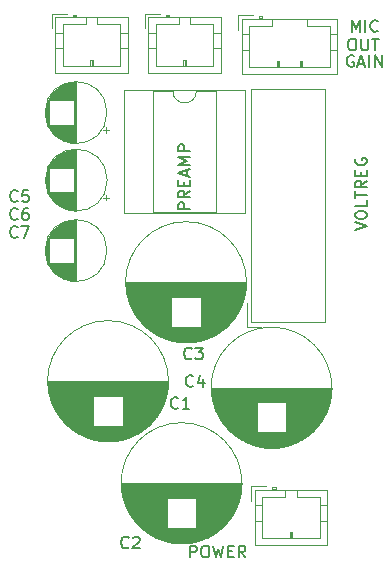
<source format=gbr>
%TF.GenerationSoftware,KiCad,Pcbnew,7.0.7*%
%TF.CreationDate,2023-09-20T21:46:03-04:00*%
%TF.ProjectId,DIYmic,4449596d-6963-42e6-9b69-6361645f7063,rev?*%
%TF.SameCoordinates,Original*%
%TF.FileFunction,Legend,Top*%
%TF.FilePolarity,Positive*%
%FSLAX46Y46*%
G04 Gerber Fmt 4.6, Leading zero omitted, Abs format (unit mm)*
G04 Created by KiCad (PCBNEW 7.0.7) date 2023-09-20 21:46:03*
%MOMM*%
%LPD*%
G01*
G04 APERTURE LIST*
%ADD10C,0.150000*%
%ADD11C,0.120000*%
%ADD12C,0.100000*%
G04 APERTURE END LIST*
D10*
X56983333Y-59287580D02*
X56935714Y-59335200D01*
X56935714Y-59335200D02*
X56792857Y-59382819D01*
X56792857Y-59382819D02*
X56697619Y-59382819D01*
X56697619Y-59382819D02*
X56554762Y-59335200D01*
X56554762Y-59335200D02*
X56459524Y-59239961D01*
X56459524Y-59239961D02*
X56411905Y-59144723D01*
X56411905Y-59144723D02*
X56364286Y-58954247D01*
X56364286Y-58954247D02*
X56364286Y-58811390D01*
X56364286Y-58811390D02*
X56411905Y-58620914D01*
X56411905Y-58620914D02*
X56459524Y-58525676D01*
X56459524Y-58525676D02*
X56554762Y-58430438D01*
X56554762Y-58430438D02*
X56697619Y-58382819D01*
X56697619Y-58382819D02*
X56792857Y-58382819D01*
X56792857Y-58382819D02*
X56935714Y-58430438D01*
X56935714Y-58430438D02*
X56983333Y-58478057D01*
X57888095Y-58382819D02*
X57411905Y-58382819D01*
X57411905Y-58382819D02*
X57364286Y-58859009D01*
X57364286Y-58859009D02*
X57411905Y-58811390D01*
X57411905Y-58811390D02*
X57507143Y-58763771D01*
X57507143Y-58763771D02*
X57745238Y-58763771D01*
X57745238Y-58763771D02*
X57840476Y-58811390D01*
X57840476Y-58811390D02*
X57888095Y-58859009D01*
X57888095Y-58859009D02*
X57935714Y-58954247D01*
X57935714Y-58954247D02*
X57935714Y-59192342D01*
X57935714Y-59192342D02*
X57888095Y-59287580D01*
X57888095Y-59287580D02*
X57840476Y-59335200D01*
X57840476Y-59335200D02*
X57745238Y-59382819D01*
X57745238Y-59382819D02*
X57507143Y-59382819D01*
X57507143Y-59382819D02*
X57411905Y-59335200D01*
X57411905Y-59335200D02*
X57364286Y-59287580D01*
X56983333Y-60811580D02*
X56935714Y-60859200D01*
X56935714Y-60859200D02*
X56792857Y-60906819D01*
X56792857Y-60906819D02*
X56697619Y-60906819D01*
X56697619Y-60906819D02*
X56554762Y-60859200D01*
X56554762Y-60859200D02*
X56459524Y-60763961D01*
X56459524Y-60763961D02*
X56411905Y-60668723D01*
X56411905Y-60668723D02*
X56364286Y-60478247D01*
X56364286Y-60478247D02*
X56364286Y-60335390D01*
X56364286Y-60335390D02*
X56411905Y-60144914D01*
X56411905Y-60144914D02*
X56459524Y-60049676D01*
X56459524Y-60049676D02*
X56554762Y-59954438D01*
X56554762Y-59954438D02*
X56697619Y-59906819D01*
X56697619Y-59906819D02*
X56792857Y-59906819D01*
X56792857Y-59906819D02*
X56935714Y-59954438D01*
X56935714Y-59954438D02*
X56983333Y-60002057D01*
X57840476Y-59906819D02*
X57650000Y-59906819D01*
X57650000Y-59906819D02*
X57554762Y-59954438D01*
X57554762Y-59954438D02*
X57507143Y-60002057D01*
X57507143Y-60002057D02*
X57411905Y-60144914D01*
X57411905Y-60144914D02*
X57364286Y-60335390D01*
X57364286Y-60335390D02*
X57364286Y-60716342D01*
X57364286Y-60716342D02*
X57411905Y-60811580D01*
X57411905Y-60811580D02*
X57459524Y-60859200D01*
X57459524Y-60859200D02*
X57554762Y-60906819D01*
X57554762Y-60906819D02*
X57745238Y-60906819D01*
X57745238Y-60906819D02*
X57840476Y-60859200D01*
X57840476Y-60859200D02*
X57888095Y-60811580D01*
X57888095Y-60811580D02*
X57935714Y-60716342D01*
X57935714Y-60716342D02*
X57935714Y-60478247D01*
X57935714Y-60478247D02*
X57888095Y-60383009D01*
X57888095Y-60383009D02*
X57840476Y-60335390D01*
X57840476Y-60335390D02*
X57745238Y-60287771D01*
X57745238Y-60287771D02*
X57554762Y-60287771D01*
X57554762Y-60287771D02*
X57459524Y-60335390D01*
X57459524Y-60335390D02*
X57411905Y-60383009D01*
X57411905Y-60383009D02*
X57364286Y-60478247D01*
X71715333Y-72622580D02*
X71667714Y-72670200D01*
X71667714Y-72670200D02*
X71524857Y-72717819D01*
X71524857Y-72717819D02*
X71429619Y-72717819D01*
X71429619Y-72717819D02*
X71286762Y-72670200D01*
X71286762Y-72670200D02*
X71191524Y-72574961D01*
X71191524Y-72574961D02*
X71143905Y-72479723D01*
X71143905Y-72479723D02*
X71096286Y-72289247D01*
X71096286Y-72289247D02*
X71096286Y-72146390D01*
X71096286Y-72146390D02*
X71143905Y-71955914D01*
X71143905Y-71955914D02*
X71191524Y-71860676D01*
X71191524Y-71860676D02*
X71286762Y-71765438D01*
X71286762Y-71765438D02*
X71429619Y-71717819D01*
X71429619Y-71717819D02*
X71524857Y-71717819D01*
X71524857Y-71717819D02*
X71667714Y-71765438D01*
X71667714Y-71765438D02*
X71715333Y-71813057D01*
X72048667Y-71717819D02*
X72667714Y-71717819D01*
X72667714Y-71717819D02*
X72334381Y-72098771D01*
X72334381Y-72098771D02*
X72477238Y-72098771D01*
X72477238Y-72098771D02*
X72572476Y-72146390D01*
X72572476Y-72146390D02*
X72620095Y-72194009D01*
X72620095Y-72194009D02*
X72667714Y-72289247D01*
X72667714Y-72289247D02*
X72667714Y-72527342D01*
X72667714Y-72527342D02*
X72620095Y-72622580D01*
X72620095Y-72622580D02*
X72572476Y-72670200D01*
X72572476Y-72670200D02*
X72477238Y-72717819D01*
X72477238Y-72717819D02*
X72191524Y-72717819D01*
X72191524Y-72717819D02*
X72096286Y-72670200D01*
X72096286Y-72670200D02*
X72048667Y-72622580D01*
X70572333Y-76808257D02*
X70524714Y-76855877D01*
X70524714Y-76855877D02*
X70381857Y-76903496D01*
X70381857Y-76903496D02*
X70286619Y-76903496D01*
X70286619Y-76903496D02*
X70143762Y-76855877D01*
X70143762Y-76855877D02*
X70048524Y-76760638D01*
X70048524Y-76760638D02*
X70000905Y-76665400D01*
X70000905Y-76665400D02*
X69953286Y-76474924D01*
X69953286Y-76474924D02*
X69953286Y-76332067D01*
X69953286Y-76332067D02*
X70000905Y-76141591D01*
X70000905Y-76141591D02*
X70048524Y-76046353D01*
X70048524Y-76046353D02*
X70143762Y-75951115D01*
X70143762Y-75951115D02*
X70286619Y-75903496D01*
X70286619Y-75903496D02*
X70381857Y-75903496D01*
X70381857Y-75903496D02*
X70524714Y-75951115D01*
X70524714Y-75951115D02*
X70572333Y-75998734D01*
X71524714Y-76903496D02*
X70953286Y-76903496D01*
X71239000Y-76903496D02*
X71239000Y-75903496D01*
X71239000Y-75903496D02*
X71143762Y-76046353D01*
X71143762Y-76046353D02*
X71048524Y-76141591D01*
X71048524Y-76141591D02*
X70953286Y-76189210D01*
X66381333Y-88624580D02*
X66333714Y-88672200D01*
X66333714Y-88672200D02*
X66190857Y-88719819D01*
X66190857Y-88719819D02*
X66095619Y-88719819D01*
X66095619Y-88719819D02*
X65952762Y-88672200D01*
X65952762Y-88672200D02*
X65857524Y-88576961D01*
X65857524Y-88576961D02*
X65809905Y-88481723D01*
X65809905Y-88481723D02*
X65762286Y-88291247D01*
X65762286Y-88291247D02*
X65762286Y-88148390D01*
X65762286Y-88148390D02*
X65809905Y-87957914D01*
X65809905Y-87957914D02*
X65857524Y-87862676D01*
X65857524Y-87862676D02*
X65952762Y-87767438D01*
X65952762Y-87767438D02*
X66095619Y-87719819D01*
X66095619Y-87719819D02*
X66190857Y-87719819D01*
X66190857Y-87719819D02*
X66333714Y-87767438D01*
X66333714Y-87767438D02*
X66381333Y-87815057D01*
X66762286Y-87815057D02*
X66809905Y-87767438D01*
X66809905Y-87767438D02*
X66905143Y-87719819D01*
X66905143Y-87719819D02*
X67143238Y-87719819D01*
X67143238Y-87719819D02*
X67238476Y-87767438D01*
X67238476Y-87767438D02*
X67286095Y-87815057D01*
X67286095Y-87815057D02*
X67333714Y-87910295D01*
X67333714Y-87910295D02*
X67333714Y-88005533D01*
X67333714Y-88005533D02*
X67286095Y-88148390D01*
X67286095Y-88148390D02*
X66714667Y-88719819D01*
X66714667Y-88719819D02*
X67333714Y-88719819D01*
X56983333Y-62335580D02*
X56935714Y-62383200D01*
X56935714Y-62383200D02*
X56792857Y-62430819D01*
X56792857Y-62430819D02*
X56697619Y-62430819D01*
X56697619Y-62430819D02*
X56554762Y-62383200D01*
X56554762Y-62383200D02*
X56459524Y-62287961D01*
X56459524Y-62287961D02*
X56411905Y-62192723D01*
X56411905Y-62192723D02*
X56364286Y-62002247D01*
X56364286Y-62002247D02*
X56364286Y-61859390D01*
X56364286Y-61859390D02*
X56411905Y-61668914D01*
X56411905Y-61668914D02*
X56459524Y-61573676D01*
X56459524Y-61573676D02*
X56554762Y-61478438D01*
X56554762Y-61478438D02*
X56697619Y-61430819D01*
X56697619Y-61430819D02*
X56792857Y-61430819D01*
X56792857Y-61430819D02*
X56935714Y-61478438D01*
X56935714Y-61478438D02*
X56983333Y-61526057D01*
X57316667Y-61430819D02*
X57983333Y-61430819D01*
X57983333Y-61430819D02*
X57554762Y-62430819D01*
X85288572Y-44989819D02*
X85288572Y-43989819D01*
X85288572Y-43989819D02*
X85621905Y-44704104D01*
X85621905Y-44704104D02*
X85955238Y-43989819D01*
X85955238Y-43989819D02*
X85955238Y-44989819D01*
X86431429Y-44989819D02*
X86431429Y-43989819D01*
X87479047Y-44894580D02*
X87431428Y-44942200D01*
X87431428Y-44942200D02*
X87288571Y-44989819D01*
X87288571Y-44989819D02*
X87193333Y-44989819D01*
X87193333Y-44989819D02*
X87050476Y-44942200D01*
X87050476Y-44942200D02*
X86955238Y-44846961D01*
X86955238Y-44846961D02*
X86907619Y-44751723D01*
X86907619Y-44751723D02*
X86860000Y-44561247D01*
X86860000Y-44561247D02*
X86860000Y-44418390D01*
X86860000Y-44418390D02*
X86907619Y-44227914D01*
X86907619Y-44227914D02*
X86955238Y-44132676D01*
X86955238Y-44132676D02*
X87050476Y-44037438D01*
X87050476Y-44037438D02*
X87193333Y-43989819D01*
X87193333Y-43989819D02*
X87288571Y-43989819D01*
X87288571Y-43989819D02*
X87431428Y-44037438D01*
X87431428Y-44037438D02*
X87479047Y-44085057D01*
X71842333Y-74943257D02*
X71794714Y-74990877D01*
X71794714Y-74990877D02*
X71651857Y-75038496D01*
X71651857Y-75038496D02*
X71556619Y-75038496D01*
X71556619Y-75038496D02*
X71413762Y-74990877D01*
X71413762Y-74990877D02*
X71318524Y-74895638D01*
X71318524Y-74895638D02*
X71270905Y-74800400D01*
X71270905Y-74800400D02*
X71223286Y-74609924D01*
X71223286Y-74609924D02*
X71223286Y-74467067D01*
X71223286Y-74467067D02*
X71270905Y-74276591D01*
X71270905Y-74276591D02*
X71318524Y-74181353D01*
X71318524Y-74181353D02*
X71413762Y-74086115D01*
X71413762Y-74086115D02*
X71556619Y-74038496D01*
X71556619Y-74038496D02*
X71651857Y-74038496D01*
X71651857Y-74038496D02*
X71794714Y-74086115D01*
X71794714Y-74086115D02*
X71842333Y-74133734D01*
X72699476Y-74371829D02*
X72699476Y-75038496D01*
X72461381Y-73990877D02*
X72223286Y-74705162D01*
X72223286Y-74705162D02*
X72842333Y-74705162D01*
X71604476Y-89481819D02*
X71604476Y-88481819D01*
X71604476Y-88481819D02*
X71985428Y-88481819D01*
X71985428Y-88481819D02*
X72080666Y-88529438D01*
X72080666Y-88529438D02*
X72128285Y-88577057D01*
X72128285Y-88577057D02*
X72175904Y-88672295D01*
X72175904Y-88672295D02*
X72175904Y-88815152D01*
X72175904Y-88815152D02*
X72128285Y-88910390D01*
X72128285Y-88910390D02*
X72080666Y-88958009D01*
X72080666Y-88958009D02*
X71985428Y-89005628D01*
X71985428Y-89005628D02*
X71604476Y-89005628D01*
X72794952Y-88481819D02*
X72985428Y-88481819D01*
X72985428Y-88481819D02*
X73080666Y-88529438D01*
X73080666Y-88529438D02*
X73175904Y-88624676D01*
X73175904Y-88624676D02*
X73223523Y-88815152D01*
X73223523Y-88815152D02*
X73223523Y-89148485D01*
X73223523Y-89148485D02*
X73175904Y-89338961D01*
X73175904Y-89338961D02*
X73080666Y-89434200D01*
X73080666Y-89434200D02*
X72985428Y-89481819D01*
X72985428Y-89481819D02*
X72794952Y-89481819D01*
X72794952Y-89481819D02*
X72699714Y-89434200D01*
X72699714Y-89434200D02*
X72604476Y-89338961D01*
X72604476Y-89338961D02*
X72556857Y-89148485D01*
X72556857Y-89148485D02*
X72556857Y-88815152D01*
X72556857Y-88815152D02*
X72604476Y-88624676D01*
X72604476Y-88624676D02*
X72699714Y-88529438D01*
X72699714Y-88529438D02*
X72794952Y-88481819D01*
X73556857Y-88481819D02*
X73794952Y-89481819D01*
X73794952Y-89481819D02*
X73985428Y-88767533D01*
X73985428Y-88767533D02*
X74175904Y-89481819D01*
X74175904Y-89481819D02*
X74414000Y-88481819D01*
X74794952Y-88958009D02*
X75128285Y-88958009D01*
X75271142Y-89481819D02*
X74794952Y-89481819D01*
X74794952Y-89481819D02*
X74794952Y-88481819D01*
X74794952Y-88481819D02*
X75271142Y-88481819D01*
X76271142Y-89481819D02*
X75937809Y-89005628D01*
X75699714Y-89481819D02*
X75699714Y-88481819D01*
X75699714Y-88481819D02*
X76080666Y-88481819D01*
X76080666Y-88481819D02*
X76175904Y-88529438D01*
X76175904Y-88529438D02*
X76223523Y-88577057D01*
X76223523Y-88577057D02*
X76271142Y-88672295D01*
X76271142Y-88672295D02*
X76271142Y-88815152D01*
X76271142Y-88815152D02*
X76223523Y-88910390D01*
X76223523Y-88910390D02*
X76175904Y-88958009D01*
X76175904Y-88958009D02*
X76080666Y-89005628D01*
X76080666Y-89005628D02*
X75699714Y-89005628D01*
X85233000Y-45555819D02*
X85423476Y-45555819D01*
X85423476Y-45555819D02*
X85518714Y-45603438D01*
X85518714Y-45603438D02*
X85613952Y-45698676D01*
X85613952Y-45698676D02*
X85661571Y-45889152D01*
X85661571Y-45889152D02*
X85661571Y-46222485D01*
X85661571Y-46222485D02*
X85613952Y-46412961D01*
X85613952Y-46412961D02*
X85518714Y-46508200D01*
X85518714Y-46508200D02*
X85423476Y-46555819D01*
X85423476Y-46555819D02*
X85233000Y-46555819D01*
X85233000Y-46555819D02*
X85137762Y-46508200D01*
X85137762Y-46508200D02*
X85042524Y-46412961D01*
X85042524Y-46412961D02*
X84994905Y-46222485D01*
X84994905Y-46222485D02*
X84994905Y-45889152D01*
X84994905Y-45889152D02*
X85042524Y-45698676D01*
X85042524Y-45698676D02*
X85137762Y-45603438D01*
X85137762Y-45603438D02*
X85233000Y-45555819D01*
X86090143Y-45555819D02*
X86090143Y-46365342D01*
X86090143Y-46365342D02*
X86137762Y-46460580D01*
X86137762Y-46460580D02*
X86185381Y-46508200D01*
X86185381Y-46508200D02*
X86280619Y-46555819D01*
X86280619Y-46555819D02*
X86471095Y-46555819D01*
X86471095Y-46555819D02*
X86566333Y-46508200D01*
X86566333Y-46508200D02*
X86613952Y-46460580D01*
X86613952Y-46460580D02*
X86661571Y-46365342D01*
X86661571Y-46365342D02*
X86661571Y-45555819D01*
X86994905Y-45555819D02*
X87566333Y-45555819D01*
X87280619Y-46555819D02*
X87280619Y-45555819D01*
X85431428Y-47000438D02*
X85336190Y-46952819D01*
X85336190Y-46952819D02*
X85193333Y-46952819D01*
X85193333Y-46952819D02*
X85050476Y-47000438D01*
X85050476Y-47000438D02*
X84955238Y-47095676D01*
X84955238Y-47095676D02*
X84907619Y-47190914D01*
X84907619Y-47190914D02*
X84860000Y-47381390D01*
X84860000Y-47381390D02*
X84860000Y-47524247D01*
X84860000Y-47524247D02*
X84907619Y-47714723D01*
X84907619Y-47714723D02*
X84955238Y-47809961D01*
X84955238Y-47809961D02*
X85050476Y-47905200D01*
X85050476Y-47905200D02*
X85193333Y-47952819D01*
X85193333Y-47952819D02*
X85288571Y-47952819D01*
X85288571Y-47952819D02*
X85431428Y-47905200D01*
X85431428Y-47905200D02*
X85479047Y-47857580D01*
X85479047Y-47857580D02*
X85479047Y-47524247D01*
X85479047Y-47524247D02*
X85288571Y-47524247D01*
X85860000Y-47667104D02*
X86336190Y-47667104D01*
X85764762Y-47952819D02*
X86098095Y-46952819D01*
X86098095Y-46952819D02*
X86431428Y-47952819D01*
X86764762Y-47952819D02*
X86764762Y-46952819D01*
X87240952Y-47952819D02*
X87240952Y-46952819D01*
X87240952Y-46952819D02*
X87812380Y-47952819D01*
X87812380Y-47952819D02*
X87812380Y-46952819D01*
X85560819Y-61769237D02*
X86560819Y-61435904D01*
X86560819Y-61435904D02*
X85560819Y-61102571D01*
X85560819Y-60578761D02*
X85560819Y-60388285D01*
X85560819Y-60388285D02*
X85608438Y-60293047D01*
X85608438Y-60293047D02*
X85703676Y-60197809D01*
X85703676Y-60197809D02*
X85894152Y-60150190D01*
X85894152Y-60150190D02*
X86227485Y-60150190D01*
X86227485Y-60150190D02*
X86417961Y-60197809D01*
X86417961Y-60197809D02*
X86513200Y-60293047D01*
X86513200Y-60293047D02*
X86560819Y-60388285D01*
X86560819Y-60388285D02*
X86560819Y-60578761D01*
X86560819Y-60578761D02*
X86513200Y-60673999D01*
X86513200Y-60673999D02*
X86417961Y-60769237D01*
X86417961Y-60769237D02*
X86227485Y-60816856D01*
X86227485Y-60816856D02*
X85894152Y-60816856D01*
X85894152Y-60816856D02*
X85703676Y-60769237D01*
X85703676Y-60769237D02*
X85608438Y-60673999D01*
X85608438Y-60673999D02*
X85560819Y-60578761D01*
X86560819Y-59245428D02*
X86560819Y-59721618D01*
X86560819Y-59721618D02*
X85560819Y-59721618D01*
X85560819Y-59054951D02*
X85560819Y-58483523D01*
X86560819Y-58769237D02*
X85560819Y-58769237D01*
X86560819Y-57578761D02*
X86084628Y-57912094D01*
X86560819Y-58150189D02*
X85560819Y-58150189D01*
X85560819Y-58150189D02*
X85560819Y-57769237D01*
X85560819Y-57769237D02*
X85608438Y-57673999D01*
X85608438Y-57673999D02*
X85656057Y-57626380D01*
X85656057Y-57626380D02*
X85751295Y-57578761D01*
X85751295Y-57578761D02*
X85894152Y-57578761D01*
X85894152Y-57578761D02*
X85989390Y-57626380D01*
X85989390Y-57626380D02*
X86037009Y-57673999D01*
X86037009Y-57673999D02*
X86084628Y-57769237D01*
X86084628Y-57769237D02*
X86084628Y-58150189D01*
X86037009Y-57150189D02*
X86037009Y-56816856D01*
X86560819Y-56673999D02*
X86560819Y-57150189D01*
X86560819Y-57150189D02*
X85560819Y-57150189D01*
X85560819Y-57150189D02*
X85560819Y-56673999D01*
X85608438Y-55721618D02*
X85560819Y-55816856D01*
X85560819Y-55816856D02*
X85560819Y-55959713D01*
X85560819Y-55959713D02*
X85608438Y-56102570D01*
X85608438Y-56102570D02*
X85703676Y-56197808D01*
X85703676Y-56197808D02*
X85798914Y-56245427D01*
X85798914Y-56245427D02*
X85989390Y-56293046D01*
X85989390Y-56293046D02*
X86132247Y-56293046D01*
X86132247Y-56293046D02*
X86322723Y-56245427D01*
X86322723Y-56245427D02*
X86417961Y-56197808D01*
X86417961Y-56197808D02*
X86513200Y-56102570D01*
X86513200Y-56102570D02*
X86560819Y-55959713D01*
X86560819Y-55959713D02*
X86560819Y-55864475D01*
X86560819Y-55864475D02*
X86513200Y-55721618D01*
X86513200Y-55721618D02*
X86465580Y-55673999D01*
X86465580Y-55673999D02*
X86132247Y-55673999D01*
X86132247Y-55673999D02*
X86132247Y-55864475D01*
X71594819Y-59991285D02*
X70594819Y-59991285D01*
X70594819Y-59991285D02*
X70594819Y-59610333D01*
X70594819Y-59610333D02*
X70642438Y-59515095D01*
X70642438Y-59515095D02*
X70690057Y-59467476D01*
X70690057Y-59467476D02*
X70785295Y-59419857D01*
X70785295Y-59419857D02*
X70928152Y-59419857D01*
X70928152Y-59419857D02*
X71023390Y-59467476D01*
X71023390Y-59467476D02*
X71071009Y-59515095D01*
X71071009Y-59515095D02*
X71118628Y-59610333D01*
X71118628Y-59610333D02*
X71118628Y-59991285D01*
X71594819Y-58419857D02*
X71118628Y-58753190D01*
X71594819Y-58991285D02*
X70594819Y-58991285D01*
X70594819Y-58991285D02*
X70594819Y-58610333D01*
X70594819Y-58610333D02*
X70642438Y-58515095D01*
X70642438Y-58515095D02*
X70690057Y-58467476D01*
X70690057Y-58467476D02*
X70785295Y-58419857D01*
X70785295Y-58419857D02*
X70928152Y-58419857D01*
X70928152Y-58419857D02*
X71023390Y-58467476D01*
X71023390Y-58467476D02*
X71071009Y-58515095D01*
X71071009Y-58515095D02*
X71118628Y-58610333D01*
X71118628Y-58610333D02*
X71118628Y-58991285D01*
X71071009Y-57991285D02*
X71071009Y-57657952D01*
X71594819Y-57515095D02*
X71594819Y-57991285D01*
X71594819Y-57991285D02*
X70594819Y-57991285D01*
X70594819Y-57991285D02*
X70594819Y-57515095D01*
X71309104Y-57134142D02*
X71309104Y-56657952D01*
X71594819Y-57229380D02*
X70594819Y-56896047D01*
X70594819Y-56896047D02*
X71594819Y-56562714D01*
X71594819Y-56229380D02*
X70594819Y-56229380D01*
X70594819Y-56229380D02*
X71309104Y-55896047D01*
X71309104Y-55896047D02*
X70594819Y-55562714D01*
X70594819Y-55562714D02*
X71594819Y-55562714D01*
X71594819Y-55086523D02*
X70594819Y-55086523D01*
X70594819Y-55086523D02*
X70594819Y-54705571D01*
X70594819Y-54705571D02*
X70642438Y-54610333D01*
X70642438Y-54610333D02*
X70690057Y-54562714D01*
X70690057Y-54562714D02*
X70785295Y-54515095D01*
X70785295Y-54515095D02*
X70928152Y-54515095D01*
X70928152Y-54515095D02*
X71023390Y-54562714D01*
X71023390Y-54562714D02*
X71071009Y-54610333D01*
X71071009Y-54610333D02*
X71118628Y-54705571D01*
X71118628Y-54705571D02*
X71118628Y-55086523D01*
D11*
%TO.C,C5*%
X64760775Y-59006000D02*
X64260775Y-59006000D01*
X64510775Y-59256000D02*
X64510775Y-58756000D01*
X61956000Y-60111000D02*
X61956000Y-54951000D01*
X61916000Y-60111000D02*
X61916000Y-54951000D01*
X61876000Y-60110000D02*
X61876000Y-54952000D01*
X61836000Y-60109000D02*
X61836000Y-54953000D01*
X61796000Y-60107000D02*
X61796000Y-54955000D01*
X61756000Y-60104000D02*
X61756000Y-54958000D01*
X61716000Y-60100000D02*
X61716000Y-58571000D01*
X61716000Y-56491000D02*
X61716000Y-54962000D01*
X61676000Y-60096000D02*
X61676000Y-58571000D01*
X61676000Y-56491000D02*
X61676000Y-54966000D01*
X61636000Y-60092000D02*
X61636000Y-58571000D01*
X61636000Y-56491000D02*
X61636000Y-54970000D01*
X61596000Y-60087000D02*
X61596000Y-58571000D01*
X61596000Y-56491000D02*
X61596000Y-54975000D01*
X61556000Y-60081000D02*
X61556000Y-58571000D01*
X61556000Y-56491000D02*
X61556000Y-54981000D01*
X61516000Y-60074000D02*
X61516000Y-58571000D01*
X61516000Y-56491000D02*
X61516000Y-54988000D01*
X61476000Y-60067000D02*
X61476000Y-58571000D01*
X61476000Y-56491000D02*
X61476000Y-54995000D01*
X61436000Y-60059000D02*
X61436000Y-58571000D01*
X61436000Y-56491000D02*
X61436000Y-55003000D01*
X61396000Y-60051000D02*
X61396000Y-58571000D01*
X61396000Y-56491000D02*
X61396000Y-55011000D01*
X61356000Y-60042000D02*
X61356000Y-58571000D01*
X61356000Y-56491000D02*
X61356000Y-55020000D01*
X61316000Y-60032000D02*
X61316000Y-58571000D01*
X61316000Y-56491000D02*
X61316000Y-55030000D01*
X61276000Y-60022000D02*
X61276000Y-58571000D01*
X61276000Y-56491000D02*
X61276000Y-55040000D01*
X61235000Y-60011000D02*
X61235000Y-58571000D01*
X61235000Y-56491000D02*
X61235000Y-55051000D01*
X61195000Y-59999000D02*
X61195000Y-58571000D01*
X61195000Y-56491000D02*
X61195000Y-55063000D01*
X61155000Y-59986000D02*
X61155000Y-58571000D01*
X61155000Y-56491000D02*
X61155000Y-55076000D01*
X61115000Y-59973000D02*
X61115000Y-58571000D01*
X61115000Y-56491000D02*
X61115000Y-55089000D01*
X61075000Y-59959000D02*
X61075000Y-58571000D01*
X61075000Y-56491000D02*
X61075000Y-55103000D01*
X61035000Y-59945000D02*
X61035000Y-58571000D01*
X61035000Y-56491000D02*
X61035000Y-55117000D01*
X60995000Y-59929000D02*
X60995000Y-58571000D01*
X60995000Y-56491000D02*
X60995000Y-55133000D01*
X60955000Y-59913000D02*
X60955000Y-58571000D01*
X60955000Y-56491000D02*
X60955000Y-55149000D01*
X60915000Y-59896000D02*
X60915000Y-58571000D01*
X60915000Y-56491000D02*
X60915000Y-55166000D01*
X60875000Y-59879000D02*
X60875000Y-58571000D01*
X60875000Y-56491000D02*
X60875000Y-55183000D01*
X60835000Y-59860000D02*
X60835000Y-58571000D01*
X60835000Y-56491000D02*
X60835000Y-55202000D01*
X60795000Y-59841000D02*
X60795000Y-58571000D01*
X60795000Y-56491000D02*
X60795000Y-55221000D01*
X60755000Y-59821000D02*
X60755000Y-58571000D01*
X60755000Y-56491000D02*
X60755000Y-55241000D01*
X60715000Y-59799000D02*
X60715000Y-58571000D01*
X60715000Y-56491000D02*
X60715000Y-55263000D01*
X60675000Y-59778000D02*
X60675000Y-58571000D01*
X60675000Y-56491000D02*
X60675000Y-55284000D01*
X60635000Y-59755000D02*
X60635000Y-58571000D01*
X60635000Y-56491000D02*
X60635000Y-55307000D01*
X60595000Y-59731000D02*
X60595000Y-58571000D01*
X60595000Y-56491000D02*
X60595000Y-55331000D01*
X60555000Y-59706000D02*
X60555000Y-58571000D01*
X60555000Y-56491000D02*
X60555000Y-55356000D01*
X60515000Y-59680000D02*
X60515000Y-58571000D01*
X60515000Y-56491000D02*
X60515000Y-55382000D01*
X60475000Y-59653000D02*
X60475000Y-58571000D01*
X60475000Y-56491000D02*
X60475000Y-55409000D01*
X60435000Y-59626000D02*
X60435000Y-58571000D01*
X60435000Y-56491000D02*
X60435000Y-55436000D01*
X60395000Y-59596000D02*
X60395000Y-58571000D01*
X60395000Y-56491000D02*
X60395000Y-55466000D01*
X60355000Y-59566000D02*
X60355000Y-58571000D01*
X60355000Y-56491000D02*
X60355000Y-55496000D01*
X60315000Y-59535000D02*
X60315000Y-58571000D01*
X60315000Y-56491000D02*
X60315000Y-55527000D01*
X60275000Y-59502000D02*
X60275000Y-58571000D01*
X60275000Y-56491000D02*
X60275000Y-55560000D01*
X60235000Y-59468000D02*
X60235000Y-58571000D01*
X60235000Y-56491000D02*
X60235000Y-55594000D01*
X60195000Y-59432000D02*
X60195000Y-58571000D01*
X60195000Y-56491000D02*
X60195000Y-55630000D01*
X60155000Y-59395000D02*
X60155000Y-58571000D01*
X60155000Y-56491000D02*
X60155000Y-55667000D01*
X60115000Y-59357000D02*
X60115000Y-58571000D01*
X60115000Y-56491000D02*
X60115000Y-55705000D01*
X60075000Y-59316000D02*
X60075000Y-58571000D01*
X60075000Y-56491000D02*
X60075000Y-55746000D01*
X60035000Y-59274000D02*
X60035000Y-58571000D01*
X60035000Y-56491000D02*
X60035000Y-55788000D01*
X59995000Y-59230000D02*
X59995000Y-58571000D01*
X59995000Y-56491000D02*
X59995000Y-55832000D01*
X59955000Y-59184000D02*
X59955000Y-58571000D01*
X59955000Y-56491000D02*
X59955000Y-55878000D01*
X59915000Y-59136000D02*
X59915000Y-58571000D01*
X59915000Y-56491000D02*
X59915000Y-55926000D01*
X59875000Y-59085000D02*
X59875000Y-58571000D01*
X59875000Y-56491000D02*
X59875000Y-55977000D01*
X59835000Y-59031000D02*
X59835000Y-58571000D01*
X59835000Y-56491000D02*
X59835000Y-56031000D01*
X59795000Y-58974000D02*
X59795000Y-58571000D01*
X59795000Y-56491000D02*
X59795000Y-56088000D01*
X59755000Y-58914000D02*
X59755000Y-58571000D01*
X59755000Y-56491000D02*
X59755000Y-56148000D01*
X59715000Y-58850000D02*
X59715000Y-58571000D01*
X59715000Y-56491000D02*
X59715000Y-56212000D01*
X59675000Y-58782000D02*
X59675000Y-58571000D01*
X59675000Y-56491000D02*
X59675000Y-56280000D01*
X59635000Y-58709000D02*
X59635000Y-56353000D01*
X59595000Y-58629000D02*
X59595000Y-56433000D01*
X59555000Y-58542000D02*
X59555000Y-56520000D01*
X59515000Y-58446000D02*
X59515000Y-56616000D01*
X59475000Y-58336000D02*
X59475000Y-56726000D01*
X59435000Y-58208000D02*
X59435000Y-56854000D01*
X59395000Y-58049000D02*
X59395000Y-57013000D01*
X59355000Y-57815000D02*
X59355000Y-57247000D01*
X64576000Y-57531000D02*
G75*
G03*
X64576000Y-57531000I-2620000J0D01*
G01*
%TO.C,C6*%
X64735888Y-53291000D02*
X64235888Y-53291000D01*
X64485888Y-53541000D02*
X64485888Y-53041000D01*
X61931113Y-54396000D02*
X61931113Y-49236000D01*
X61891113Y-54396000D02*
X61891113Y-49236000D01*
X61851113Y-54395000D02*
X61851113Y-49237000D01*
X61811113Y-54394000D02*
X61811113Y-49238000D01*
X61771113Y-54392000D02*
X61771113Y-49240000D01*
X61731113Y-54389000D02*
X61731113Y-49243000D01*
X61691113Y-54385000D02*
X61691113Y-52856000D01*
X61691113Y-50776000D02*
X61691113Y-49247000D01*
X61651113Y-54381000D02*
X61651113Y-52856000D01*
X61651113Y-50776000D02*
X61651113Y-49251000D01*
X61611113Y-54377000D02*
X61611113Y-52856000D01*
X61611113Y-50776000D02*
X61611113Y-49255000D01*
X61571113Y-54372000D02*
X61571113Y-52856000D01*
X61571113Y-50776000D02*
X61571113Y-49260000D01*
X61531113Y-54366000D02*
X61531113Y-52856000D01*
X61531113Y-50776000D02*
X61531113Y-49266000D01*
X61491113Y-54359000D02*
X61491113Y-52856000D01*
X61491113Y-50776000D02*
X61491113Y-49273000D01*
X61451113Y-54352000D02*
X61451113Y-52856000D01*
X61451113Y-50776000D02*
X61451113Y-49280000D01*
X61411113Y-54344000D02*
X61411113Y-52856000D01*
X61411113Y-50776000D02*
X61411113Y-49288000D01*
X61371113Y-54336000D02*
X61371113Y-52856000D01*
X61371113Y-50776000D02*
X61371113Y-49296000D01*
X61331113Y-54327000D02*
X61331113Y-52856000D01*
X61331113Y-50776000D02*
X61331113Y-49305000D01*
X61291113Y-54317000D02*
X61291113Y-52856000D01*
X61291113Y-50776000D02*
X61291113Y-49315000D01*
X61251113Y-54307000D02*
X61251113Y-52856000D01*
X61251113Y-50776000D02*
X61251113Y-49325000D01*
X61210113Y-54296000D02*
X61210113Y-52856000D01*
X61210113Y-50776000D02*
X61210113Y-49336000D01*
X61170113Y-54284000D02*
X61170113Y-52856000D01*
X61170113Y-50776000D02*
X61170113Y-49348000D01*
X61130113Y-54271000D02*
X61130113Y-52856000D01*
X61130113Y-50776000D02*
X61130113Y-49361000D01*
X61090113Y-54258000D02*
X61090113Y-52856000D01*
X61090113Y-50776000D02*
X61090113Y-49374000D01*
X61050113Y-54244000D02*
X61050113Y-52856000D01*
X61050113Y-50776000D02*
X61050113Y-49388000D01*
X61010113Y-54230000D02*
X61010113Y-52856000D01*
X61010113Y-50776000D02*
X61010113Y-49402000D01*
X60970113Y-54214000D02*
X60970113Y-52856000D01*
X60970113Y-50776000D02*
X60970113Y-49418000D01*
X60930113Y-54198000D02*
X60930113Y-52856000D01*
X60930113Y-50776000D02*
X60930113Y-49434000D01*
X60890113Y-54181000D02*
X60890113Y-52856000D01*
X60890113Y-50776000D02*
X60890113Y-49451000D01*
X60850113Y-54164000D02*
X60850113Y-52856000D01*
X60850113Y-50776000D02*
X60850113Y-49468000D01*
X60810113Y-54145000D02*
X60810113Y-52856000D01*
X60810113Y-50776000D02*
X60810113Y-49487000D01*
X60770113Y-54126000D02*
X60770113Y-52856000D01*
X60770113Y-50776000D02*
X60770113Y-49506000D01*
X60730113Y-54106000D02*
X60730113Y-52856000D01*
X60730113Y-50776000D02*
X60730113Y-49526000D01*
X60690113Y-54084000D02*
X60690113Y-52856000D01*
X60690113Y-50776000D02*
X60690113Y-49548000D01*
X60650113Y-54063000D02*
X60650113Y-52856000D01*
X60650113Y-50776000D02*
X60650113Y-49569000D01*
X60610113Y-54040000D02*
X60610113Y-52856000D01*
X60610113Y-50776000D02*
X60610113Y-49592000D01*
X60570113Y-54016000D02*
X60570113Y-52856000D01*
X60570113Y-50776000D02*
X60570113Y-49616000D01*
X60530113Y-53991000D02*
X60530113Y-52856000D01*
X60530113Y-50776000D02*
X60530113Y-49641000D01*
X60490113Y-53965000D02*
X60490113Y-52856000D01*
X60490113Y-50776000D02*
X60490113Y-49667000D01*
X60450113Y-53938000D02*
X60450113Y-52856000D01*
X60450113Y-50776000D02*
X60450113Y-49694000D01*
X60410113Y-53911000D02*
X60410113Y-52856000D01*
X60410113Y-50776000D02*
X60410113Y-49721000D01*
X60370113Y-53881000D02*
X60370113Y-52856000D01*
X60370113Y-50776000D02*
X60370113Y-49751000D01*
X60330113Y-53851000D02*
X60330113Y-52856000D01*
X60330113Y-50776000D02*
X60330113Y-49781000D01*
X60290113Y-53820000D02*
X60290113Y-52856000D01*
X60290113Y-50776000D02*
X60290113Y-49812000D01*
X60250113Y-53787000D02*
X60250113Y-52856000D01*
X60250113Y-50776000D02*
X60250113Y-49845000D01*
X60210113Y-53753000D02*
X60210113Y-52856000D01*
X60210113Y-50776000D02*
X60210113Y-49879000D01*
X60170113Y-53717000D02*
X60170113Y-52856000D01*
X60170113Y-50776000D02*
X60170113Y-49915000D01*
X60130113Y-53680000D02*
X60130113Y-52856000D01*
X60130113Y-50776000D02*
X60130113Y-49952000D01*
X60090113Y-53642000D02*
X60090113Y-52856000D01*
X60090113Y-50776000D02*
X60090113Y-49990000D01*
X60050113Y-53601000D02*
X60050113Y-52856000D01*
X60050113Y-50776000D02*
X60050113Y-50031000D01*
X60010113Y-53559000D02*
X60010113Y-52856000D01*
X60010113Y-50776000D02*
X60010113Y-50073000D01*
X59970113Y-53515000D02*
X59970113Y-52856000D01*
X59970113Y-50776000D02*
X59970113Y-50117000D01*
X59930113Y-53469000D02*
X59930113Y-52856000D01*
X59930113Y-50776000D02*
X59930113Y-50163000D01*
X59890113Y-53421000D02*
X59890113Y-52856000D01*
X59890113Y-50776000D02*
X59890113Y-50211000D01*
X59850113Y-53370000D02*
X59850113Y-52856000D01*
X59850113Y-50776000D02*
X59850113Y-50262000D01*
X59810113Y-53316000D02*
X59810113Y-52856000D01*
X59810113Y-50776000D02*
X59810113Y-50316000D01*
X59770113Y-53259000D02*
X59770113Y-52856000D01*
X59770113Y-50776000D02*
X59770113Y-50373000D01*
X59730113Y-53199000D02*
X59730113Y-52856000D01*
X59730113Y-50776000D02*
X59730113Y-50433000D01*
X59690113Y-53135000D02*
X59690113Y-52856000D01*
X59690113Y-50776000D02*
X59690113Y-50497000D01*
X59650113Y-53067000D02*
X59650113Y-52856000D01*
X59650113Y-50776000D02*
X59650113Y-50565000D01*
X59610113Y-52994000D02*
X59610113Y-50638000D01*
X59570113Y-52914000D02*
X59570113Y-50718000D01*
X59530113Y-52827000D02*
X59530113Y-50805000D01*
X59490113Y-52731000D02*
X59490113Y-50901000D01*
X59450113Y-52621000D02*
X59450113Y-51011000D01*
X59410113Y-52493000D02*
X59410113Y-51139000D01*
X59370113Y-52334000D02*
X59370113Y-51298000D01*
X59330113Y-52100000D02*
X59330113Y-51532000D01*
X64551113Y-51816000D02*
G75*
G03*
X64551113Y-51816000I-2620000J0D01*
G01*
%TO.C,C3*%
X76327000Y-66172323D02*
X66167000Y-66172323D01*
X76327000Y-66212323D02*
X66167000Y-66212323D01*
X76327000Y-66252323D02*
X66167000Y-66252323D01*
X76326000Y-66292323D02*
X66168000Y-66292323D01*
X76325000Y-66332323D02*
X66169000Y-66332323D01*
X76324000Y-66372323D02*
X66170000Y-66372323D01*
X76322000Y-66412323D02*
X66172000Y-66412323D01*
X76320000Y-66452323D02*
X66174000Y-66452323D01*
X76317000Y-66492323D02*
X66177000Y-66492323D01*
X76315000Y-66532323D02*
X66179000Y-66532323D01*
X76312000Y-66572323D02*
X66182000Y-66572323D01*
X76309000Y-66612323D02*
X66185000Y-66612323D01*
X76305000Y-66652323D02*
X66189000Y-66652323D01*
X76301000Y-66692323D02*
X66193000Y-66692323D01*
X76297000Y-66732323D02*
X66197000Y-66732323D01*
X76292000Y-66772323D02*
X66202000Y-66772323D01*
X76287000Y-66812323D02*
X66207000Y-66812323D01*
X76282000Y-66852323D02*
X66212000Y-66852323D01*
X76277000Y-66893323D02*
X66217000Y-66893323D01*
X76271000Y-66933323D02*
X66223000Y-66933323D01*
X76265000Y-66973323D02*
X66229000Y-66973323D01*
X76258000Y-67013323D02*
X66236000Y-67013323D01*
X76251000Y-67053323D02*
X66243000Y-67053323D01*
X76244000Y-67093323D02*
X66250000Y-67093323D01*
X76237000Y-67133323D02*
X66257000Y-67133323D01*
X76229000Y-67173323D02*
X66265000Y-67173323D01*
X76221000Y-67213323D02*
X66273000Y-67213323D01*
X76212000Y-67253323D02*
X66282000Y-67253323D01*
X76203000Y-67293323D02*
X66291000Y-67293323D01*
X76194000Y-67333323D02*
X66300000Y-67333323D01*
X76185000Y-67373323D02*
X66309000Y-67373323D01*
X76175000Y-67413323D02*
X66319000Y-67413323D01*
X76165000Y-67453323D02*
X72488000Y-67453323D01*
X70006000Y-67453323D02*
X66329000Y-67453323D01*
X76154000Y-67493323D02*
X72488000Y-67493323D01*
X70006000Y-67493323D02*
X66340000Y-67493323D01*
X76144000Y-67533323D02*
X72488000Y-67533323D01*
X70006000Y-67533323D02*
X66350000Y-67533323D01*
X76132000Y-67573323D02*
X72488000Y-67573323D01*
X70006000Y-67573323D02*
X66362000Y-67573323D01*
X76121000Y-67613323D02*
X72488000Y-67613323D01*
X70006000Y-67613323D02*
X66373000Y-67613323D01*
X76109000Y-67653323D02*
X72488000Y-67653323D01*
X70006000Y-67653323D02*
X66385000Y-67653323D01*
X76097000Y-67693323D02*
X72488000Y-67693323D01*
X70006000Y-67693323D02*
X66397000Y-67693323D01*
X76084000Y-67733323D02*
X72488000Y-67733323D01*
X70006000Y-67733323D02*
X66410000Y-67733323D01*
X76071000Y-67773323D02*
X72488000Y-67773323D01*
X70006000Y-67773323D02*
X66423000Y-67773323D01*
X76058000Y-67813323D02*
X72488000Y-67813323D01*
X70006000Y-67813323D02*
X66436000Y-67813323D01*
X76044000Y-67853323D02*
X72488000Y-67853323D01*
X70006000Y-67853323D02*
X66450000Y-67853323D01*
X76030000Y-67893323D02*
X72488000Y-67893323D01*
X70006000Y-67893323D02*
X66464000Y-67893323D01*
X76015000Y-67933323D02*
X72488000Y-67933323D01*
X70006000Y-67933323D02*
X66479000Y-67933323D01*
X76001000Y-67973323D02*
X72488000Y-67973323D01*
X70006000Y-67973323D02*
X66493000Y-67973323D01*
X75985000Y-68013323D02*
X72488000Y-68013323D01*
X70006000Y-68013323D02*
X66509000Y-68013323D01*
X75970000Y-68053323D02*
X72488000Y-68053323D01*
X70006000Y-68053323D02*
X66524000Y-68053323D01*
X75954000Y-68093323D02*
X72488000Y-68093323D01*
X70006000Y-68093323D02*
X66540000Y-68093323D01*
X75937000Y-68133323D02*
X72488000Y-68133323D01*
X70006000Y-68133323D02*
X66557000Y-68133323D01*
X75921000Y-68173323D02*
X72488000Y-68173323D01*
X70006000Y-68173323D02*
X66573000Y-68173323D01*
X75904000Y-68213323D02*
X72488000Y-68213323D01*
X70006000Y-68213323D02*
X66590000Y-68213323D01*
X75886000Y-68253323D02*
X72488000Y-68253323D01*
X70006000Y-68253323D02*
X66608000Y-68253323D01*
X75868000Y-68293323D02*
X72488000Y-68293323D01*
X70006000Y-68293323D02*
X66626000Y-68293323D01*
X75850000Y-68333323D02*
X72488000Y-68333323D01*
X70006000Y-68333323D02*
X66644000Y-68333323D01*
X75831000Y-68373323D02*
X72488000Y-68373323D01*
X70006000Y-68373323D02*
X66663000Y-68373323D01*
X75811000Y-68413323D02*
X72488000Y-68413323D01*
X70006000Y-68413323D02*
X66683000Y-68413323D01*
X75792000Y-68453323D02*
X72488000Y-68453323D01*
X70006000Y-68453323D02*
X66702000Y-68453323D01*
X75772000Y-68493323D02*
X72488000Y-68493323D01*
X70006000Y-68493323D02*
X66722000Y-68493323D01*
X75751000Y-68533323D02*
X72488000Y-68533323D01*
X70006000Y-68533323D02*
X66743000Y-68533323D01*
X75730000Y-68573323D02*
X72488000Y-68573323D01*
X70006000Y-68573323D02*
X66764000Y-68573323D01*
X75709000Y-68613323D02*
X72488000Y-68613323D01*
X70006000Y-68613323D02*
X66785000Y-68613323D01*
X75687000Y-68653323D02*
X72488000Y-68653323D01*
X70006000Y-68653323D02*
X66807000Y-68653323D01*
X75664000Y-68693323D02*
X72488000Y-68693323D01*
X70006000Y-68693323D02*
X66830000Y-68693323D01*
X75642000Y-68733323D02*
X72488000Y-68733323D01*
X70006000Y-68733323D02*
X66852000Y-68733323D01*
X75618000Y-68773323D02*
X72488000Y-68773323D01*
X70006000Y-68773323D02*
X66876000Y-68773323D01*
X75594000Y-68813323D02*
X72488000Y-68813323D01*
X70006000Y-68813323D02*
X66900000Y-68813323D01*
X75570000Y-68853323D02*
X72488000Y-68853323D01*
X70006000Y-68853323D02*
X66924000Y-68853323D01*
X75545000Y-68893323D02*
X72488000Y-68893323D01*
X70006000Y-68893323D02*
X66949000Y-68893323D01*
X75520000Y-68933323D02*
X72488000Y-68933323D01*
X70006000Y-68933323D02*
X66974000Y-68933323D01*
X75494000Y-68973323D02*
X72488000Y-68973323D01*
X70006000Y-68973323D02*
X67000000Y-68973323D01*
X75468000Y-69013323D02*
X72488000Y-69013323D01*
X70006000Y-69013323D02*
X67026000Y-69013323D01*
X75441000Y-69053323D02*
X72488000Y-69053323D01*
X70006000Y-69053323D02*
X67053000Y-69053323D01*
X75413000Y-69093323D02*
X72488000Y-69093323D01*
X70006000Y-69093323D02*
X67081000Y-69093323D01*
X75385000Y-69133323D02*
X72488000Y-69133323D01*
X70006000Y-69133323D02*
X67109000Y-69133323D01*
X75357000Y-69173323D02*
X72488000Y-69173323D01*
X70006000Y-69173323D02*
X67137000Y-69173323D01*
X75327000Y-69213323D02*
X72488000Y-69213323D01*
X70006000Y-69213323D02*
X67167000Y-69213323D01*
X75297000Y-69253323D02*
X72488000Y-69253323D01*
X70006000Y-69253323D02*
X67197000Y-69253323D01*
X75267000Y-69293323D02*
X72488000Y-69293323D01*
X70006000Y-69293323D02*
X67227000Y-69293323D01*
X75236000Y-69333323D02*
X72488000Y-69333323D01*
X70006000Y-69333323D02*
X67258000Y-69333323D01*
X75204000Y-69373323D02*
X72488000Y-69373323D01*
X70006000Y-69373323D02*
X67290000Y-69373323D01*
X75172000Y-69413323D02*
X72488000Y-69413323D01*
X70006000Y-69413323D02*
X67322000Y-69413323D01*
X75139000Y-69453323D02*
X72488000Y-69453323D01*
X70006000Y-69453323D02*
X67355000Y-69453323D01*
X75105000Y-69493323D02*
X72488000Y-69493323D01*
X70006000Y-69493323D02*
X67389000Y-69493323D01*
X75071000Y-69533323D02*
X72488000Y-69533323D01*
X70006000Y-69533323D02*
X67423000Y-69533323D01*
X75036000Y-69573323D02*
X72488000Y-69573323D01*
X70006000Y-69573323D02*
X67458000Y-69573323D01*
X75000000Y-69613323D02*
X72488000Y-69613323D01*
X70006000Y-69613323D02*
X67494000Y-69613323D01*
X74963000Y-69653323D02*
X72488000Y-69653323D01*
X70006000Y-69653323D02*
X67531000Y-69653323D01*
X74926000Y-69693323D02*
X72488000Y-69693323D01*
X70006000Y-69693323D02*
X67568000Y-69693323D01*
X74887000Y-69733323D02*
X72488000Y-69733323D01*
X70006000Y-69733323D02*
X67607000Y-69733323D01*
X74848000Y-69773323D02*
X72488000Y-69773323D01*
X70006000Y-69773323D02*
X67646000Y-69773323D01*
X74808000Y-69813323D02*
X72488000Y-69813323D01*
X70006000Y-69813323D02*
X67686000Y-69813323D01*
X74767000Y-69853323D02*
X72488000Y-69853323D01*
X70006000Y-69853323D02*
X67727000Y-69853323D01*
X74725000Y-69893323D02*
X72488000Y-69893323D01*
X70006000Y-69893323D02*
X67769000Y-69893323D01*
X74683000Y-69933323D02*
X67811000Y-69933323D01*
X74639000Y-69973323D02*
X67855000Y-69973323D01*
X74594000Y-70013323D02*
X67900000Y-70013323D01*
X74548000Y-70053323D02*
X67946000Y-70053323D01*
X74501000Y-70093323D02*
X67993000Y-70093323D01*
X74453000Y-70133323D02*
X68041000Y-70133323D01*
X74403000Y-70173323D02*
X68091000Y-70173323D01*
X74353000Y-70213323D02*
X68141000Y-70213323D01*
X74301000Y-70253323D02*
X68193000Y-70253323D01*
X74247000Y-70293323D02*
X68247000Y-70293323D01*
X74192000Y-70333323D02*
X68302000Y-70333323D01*
X74136000Y-70373323D02*
X68358000Y-70373323D01*
X74077000Y-70413323D02*
X68417000Y-70413323D01*
X74017000Y-70453323D02*
X68477000Y-70453323D01*
X73956000Y-70493323D02*
X68538000Y-70493323D01*
X73892000Y-70533323D02*
X68602000Y-70533323D01*
X73826000Y-70573323D02*
X68668000Y-70573323D01*
X73757000Y-70613323D02*
X68737000Y-70613323D01*
X73686000Y-70653323D02*
X68808000Y-70653323D01*
X73612000Y-70693323D02*
X68882000Y-70693323D01*
X73536000Y-70733323D02*
X68958000Y-70733323D01*
X73456000Y-70773323D02*
X69038000Y-70773323D01*
X73372000Y-70813323D02*
X69122000Y-70813323D01*
X73284000Y-70853323D02*
X69210000Y-70853323D01*
X73191000Y-70893323D02*
X69303000Y-70893323D01*
X73093000Y-70933323D02*
X69401000Y-70933323D01*
X72989000Y-70973323D02*
X69505000Y-70973323D01*
X72877000Y-71013323D02*
X69617000Y-71013323D01*
X72757000Y-71053323D02*
X69737000Y-71053323D01*
X72625000Y-71093323D02*
X69869000Y-71093323D01*
X72477000Y-71133323D02*
X70017000Y-71133323D01*
X72309000Y-71173323D02*
X70185000Y-71173323D01*
X72109000Y-71213323D02*
X70385000Y-71213323D01*
X71846000Y-71253323D02*
X70648000Y-71253323D01*
X76367000Y-66172323D02*
G75*
G03*
X76367000Y-66172323I-5120000J0D01*
G01*
%TO.C,C1*%
X69723000Y-74549000D02*
X59563000Y-74549000D01*
X69723000Y-74589000D02*
X59563000Y-74589000D01*
X69723000Y-74629000D02*
X59563000Y-74629000D01*
X69722000Y-74669000D02*
X59564000Y-74669000D01*
X69721000Y-74709000D02*
X59565000Y-74709000D01*
X69720000Y-74749000D02*
X59566000Y-74749000D01*
X69718000Y-74789000D02*
X59568000Y-74789000D01*
X69716000Y-74829000D02*
X59570000Y-74829000D01*
X69713000Y-74869000D02*
X59573000Y-74869000D01*
X69711000Y-74909000D02*
X59575000Y-74909000D01*
X69708000Y-74949000D02*
X59578000Y-74949000D01*
X69705000Y-74989000D02*
X59581000Y-74989000D01*
X69701000Y-75029000D02*
X59585000Y-75029000D01*
X69697000Y-75069000D02*
X59589000Y-75069000D01*
X69693000Y-75109000D02*
X59593000Y-75109000D01*
X69688000Y-75149000D02*
X59598000Y-75149000D01*
X69683000Y-75189000D02*
X59603000Y-75189000D01*
X69678000Y-75229000D02*
X59608000Y-75229000D01*
X69673000Y-75270000D02*
X59613000Y-75270000D01*
X69667000Y-75310000D02*
X59619000Y-75310000D01*
X69661000Y-75350000D02*
X59625000Y-75350000D01*
X69654000Y-75390000D02*
X59632000Y-75390000D01*
X69647000Y-75430000D02*
X59639000Y-75430000D01*
X69640000Y-75470000D02*
X59646000Y-75470000D01*
X69633000Y-75510000D02*
X59653000Y-75510000D01*
X69625000Y-75550000D02*
X59661000Y-75550000D01*
X69617000Y-75590000D02*
X59669000Y-75590000D01*
X69608000Y-75630000D02*
X59678000Y-75630000D01*
X69599000Y-75670000D02*
X59687000Y-75670000D01*
X69590000Y-75710000D02*
X59696000Y-75710000D01*
X69581000Y-75750000D02*
X59705000Y-75750000D01*
X69571000Y-75790000D02*
X59715000Y-75790000D01*
X69561000Y-75830000D02*
X65884000Y-75830000D01*
X63402000Y-75830000D02*
X59725000Y-75830000D01*
X69550000Y-75870000D02*
X65884000Y-75870000D01*
X63402000Y-75870000D02*
X59736000Y-75870000D01*
X69540000Y-75910000D02*
X65884000Y-75910000D01*
X63402000Y-75910000D02*
X59746000Y-75910000D01*
X69528000Y-75950000D02*
X65884000Y-75950000D01*
X63402000Y-75950000D02*
X59758000Y-75950000D01*
X69517000Y-75990000D02*
X65884000Y-75990000D01*
X63402000Y-75990000D02*
X59769000Y-75990000D01*
X69505000Y-76030000D02*
X65884000Y-76030000D01*
X63402000Y-76030000D02*
X59781000Y-76030000D01*
X69493000Y-76070000D02*
X65884000Y-76070000D01*
X63402000Y-76070000D02*
X59793000Y-76070000D01*
X69480000Y-76110000D02*
X65884000Y-76110000D01*
X63402000Y-76110000D02*
X59806000Y-76110000D01*
X69467000Y-76150000D02*
X65884000Y-76150000D01*
X63402000Y-76150000D02*
X59819000Y-76150000D01*
X69454000Y-76190000D02*
X65884000Y-76190000D01*
X63402000Y-76190000D02*
X59832000Y-76190000D01*
X69440000Y-76230000D02*
X65884000Y-76230000D01*
X63402000Y-76230000D02*
X59846000Y-76230000D01*
X69426000Y-76270000D02*
X65884000Y-76270000D01*
X63402000Y-76270000D02*
X59860000Y-76270000D01*
X69411000Y-76310000D02*
X65884000Y-76310000D01*
X63402000Y-76310000D02*
X59875000Y-76310000D01*
X69397000Y-76350000D02*
X65884000Y-76350000D01*
X63402000Y-76350000D02*
X59889000Y-76350000D01*
X69381000Y-76390000D02*
X65884000Y-76390000D01*
X63402000Y-76390000D02*
X59905000Y-76390000D01*
X69366000Y-76430000D02*
X65884000Y-76430000D01*
X63402000Y-76430000D02*
X59920000Y-76430000D01*
X69350000Y-76470000D02*
X65884000Y-76470000D01*
X63402000Y-76470000D02*
X59936000Y-76470000D01*
X69333000Y-76510000D02*
X65884000Y-76510000D01*
X63402000Y-76510000D02*
X59953000Y-76510000D01*
X69317000Y-76550000D02*
X65884000Y-76550000D01*
X63402000Y-76550000D02*
X59969000Y-76550000D01*
X69300000Y-76590000D02*
X65884000Y-76590000D01*
X63402000Y-76590000D02*
X59986000Y-76590000D01*
X69282000Y-76630000D02*
X65884000Y-76630000D01*
X63402000Y-76630000D02*
X60004000Y-76630000D01*
X69264000Y-76670000D02*
X65884000Y-76670000D01*
X63402000Y-76670000D02*
X60022000Y-76670000D01*
X69246000Y-76710000D02*
X65884000Y-76710000D01*
X63402000Y-76710000D02*
X60040000Y-76710000D01*
X69227000Y-76750000D02*
X65884000Y-76750000D01*
X63402000Y-76750000D02*
X60059000Y-76750000D01*
X69207000Y-76790000D02*
X65884000Y-76790000D01*
X63402000Y-76790000D02*
X60079000Y-76790000D01*
X69188000Y-76830000D02*
X65884000Y-76830000D01*
X63402000Y-76830000D02*
X60098000Y-76830000D01*
X69168000Y-76870000D02*
X65884000Y-76870000D01*
X63402000Y-76870000D02*
X60118000Y-76870000D01*
X69147000Y-76910000D02*
X65884000Y-76910000D01*
X63402000Y-76910000D02*
X60139000Y-76910000D01*
X69126000Y-76950000D02*
X65884000Y-76950000D01*
X63402000Y-76950000D02*
X60160000Y-76950000D01*
X69105000Y-76990000D02*
X65884000Y-76990000D01*
X63402000Y-76990000D02*
X60181000Y-76990000D01*
X69083000Y-77030000D02*
X65884000Y-77030000D01*
X63402000Y-77030000D02*
X60203000Y-77030000D01*
X69060000Y-77070000D02*
X65884000Y-77070000D01*
X63402000Y-77070000D02*
X60226000Y-77070000D01*
X69038000Y-77110000D02*
X65884000Y-77110000D01*
X63402000Y-77110000D02*
X60248000Y-77110000D01*
X69014000Y-77150000D02*
X65884000Y-77150000D01*
X63402000Y-77150000D02*
X60272000Y-77150000D01*
X68990000Y-77190000D02*
X65884000Y-77190000D01*
X63402000Y-77190000D02*
X60296000Y-77190000D01*
X68966000Y-77230000D02*
X65884000Y-77230000D01*
X63402000Y-77230000D02*
X60320000Y-77230000D01*
X68941000Y-77270000D02*
X65884000Y-77270000D01*
X63402000Y-77270000D02*
X60345000Y-77270000D01*
X68916000Y-77310000D02*
X65884000Y-77310000D01*
X63402000Y-77310000D02*
X60370000Y-77310000D01*
X68890000Y-77350000D02*
X65884000Y-77350000D01*
X63402000Y-77350000D02*
X60396000Y-77350000D01*
X68864000Y-77390000D02*
X65884000Y-77390000D01*
X63402000Y-77390000D02*
X60422000Y-77390000D01*
X68837000Y-77430000D02*
X65884000Y-77430000D01*
X63402000Y-77430000D02*
X60449000Y-77430000D01*
X68809000Y-77470000D02*
X65884000Y-77470000D01*
X63402000Y-77470000D02*
X60477000Y-77470000D01*
X68781000Y-77510000D02*
X65884000Y-77510000D01*
X63402000Y-77510000D02*
X60505000Y-77510000D01*
X68753000Y-77550000D02*
X65884000Y-77550000D01*
X63402000Y-77550000D02*
X60533000Y-77550000D01*
X68723000Y-77590000D02*
X65884000Y-77590000D01*
X63402000Y-77590000D02*
X60563000Y-77590000D01*
X68693000Y-77630000D02*
X65884000Y-77630000D01*
X63402000Y-77630000D02*
X60593000Y-77630000D01*
X68663000Y-77670000D02*
X65884000Y-77670000D01*
X63402000Y-77670000D02*
X60623000Y-77670000D01*
X68632000Y-77710000D02*
X65884000Y-77710000D01*
X63402000Y-77710000D02*
X60654000Y-77710000D01*
X68600000Y-77750000D02*
X65884000Y-77750000D01*
X63402000Y-77750000D02*
X60686000Y-77750000D01*
X68568000Y-77790000D02*
X65884000Y-77790000D01*
X63402000Y-77790000D02*
X60718000Y-77790000D01*
X68535000Y-77830000D02*
X65884000Y-77830000D01*
X63402000Y-77830000D02*
X60751000Y-77830000D01*
X68501000Y-77870000D02*
X65884000Y-77870000D01*
X63402000Y-77870000D02*
X60785000Y-77870000D01*
X68467000Y-77910000D02*
X65884000Y-77910000D01*
X63402000Y-77910000D02*
X60819000Y-77910000D01*
X68432000Y-77950000D02*
X65884000Y-77950000D01*
X63402000Y-77950000D02*
X60854000Y-77950000D01*
X68396000Y-77990000D02*
X65884000Y-77990000D01*
X63402000Y-77990000D02*
X60890000Y-77990000D01*
X68359000Y-78030000D02*
X65884000Y-78030000D01*
X63402000Y-78030000D02*
X60927000Y-78030000D01*
X68322000Y-78070000D02*
X65884000Y-78070000D01*
X63402000Y-78070000D02*
X60964000Y-78070000D01*
X68283000Y-78110000D02*
X65884000Y-78110000D01*
X63402000Y-78110000D02*
X61003000Y-78110000D01*
X68244000Y-78150000D02*
X65884000Y-78150000D01*
X63402000Y-78150000D02*
X61042000Y-78150000D01*
X68204000Y-78190000D02*
X65884000Y-78190000D01*
X63402000Y-78190000D02*
X61082000Y-78190000D01*
X68163000Y-78230000D02*
X65884000Y-78230000D01*
X63402000Y-78230000D02*
X61123000Y-78230000D01*
X68121000Y-78270000D02*
X65884000Y-78270000D01*
X63402000Y-78270000D02*
X61165000Y-78270000D01*
X68079000Y-78310000D02*
X61207000Y-78310000D01*
X68035000Y-78350000D02*
X61251000Y-78350000D01*
X67990000Y-78390000D02*
X61296000Y-78390000D01*
X67944000Y-78430000D02*
X61342000Y-78430000D01*
X67897000Y-78470000D02*
X61389000Y-78470000D01*
X67849000Y-78510000D02*
X61437000Y-78510000D01*
X67799000Y-78550000D02*
X61487000Y-78550000D01*
X67749000Y-78590000D02*
X61537000Y-78590000D01*
X67697000Y-78630000D02*
X61589000Y-78630000D01*
X67643000Y-78670000D02*
X61643000Y-78670000D01*
X67588000Y-78710000D02*
X61698000Y-78710000D01*
X67532000Y-78750000D02*
X61754000Y-78750000D01*
X67473000Y-78790000D02*
X61813000Y-78790000D01*
X67413000Y-78830000D02*
X61873000Y-78830000D01*
X67352000Y-78870000D02*
X61934000Y-78870000D01*
X67288000Y-78910000D02*
X61998000Y-78910000D01*
X67222000Y-78950000D02*
X62064000Y-78950000D01*
X67153000Y-78990000D02*
X62133000Y-78990000D01*
X67082000Y-79030000D02*
X62204000Y-79030000D01*
X67008000Y-79070000D02*
X62278000Y-79070000D01*
X66932000Y-79110000D02*
X62354000Y-79110000D01*
X66852000Y-79150000D02*
X62434000Y-79150000D01*
X66768000Y-79190000D02*
X62518000Y-79190000D01*
X66680000Y-79230000D02*
X62606000Y-79230000D01*
X66587000Y-79270000D02*
X62699000Y-79270000D01*
X66489000Y-79310000D02*
X62797000Y-79310000D01*
X66385000Y-79350000D02*
X62901000Y-79350000D01*
X66273000Y-79390000D02*
X63013000Y-79390000D01*
X66153000Y-79430000D02*
X63133000Y-79430000D01*
X66021000Y-79470000D02*
X63265000Y-79470000D01*
X65873000Y-79510000D02*
X63413000Y-79510000D01*
X65705000Y-79550000D02*
X63581000Y-79550000D01*
X65505000Y-79590000D02*
X63781000Y-79590000D01*
X65242000Y-79630000D02*
X64044000Y-79630000D01*
X69763000Y-74549000D02*
G75*
G03*
X69763000Y-74549000I-5120000J0D01*
G01*
%TO.C,C2*%
X75946000Y-83190323D02*
X65786000Y-83190323D01*
X75946000Y-83230323D02*
X65786000Y-83230323D01*
X75946000Y-83270323D02*
X65786000Y-83270323D01*
X75945000Y-83310323D02*
X65787000Y-83310323D01*
X75944000Y-83350323D02*
X65788000Y-83350323D01*
X75943000Y-83390323D02*
X65789000Y-83390323D01*
X75941000Y-83430323D02*
X65791000Y-83430323D01*
X75939000Y-83470323D02*
X65793000Y-83470323D01*
X75936000Y-83510323D02*
X65796000Y-83510323D01*
X75934000Y-83550323D02*
X65798000Y-83550323D01*
X75931000Y-83590323D02*
X65801000Y-83590323D01*
X75928000Y-83630323D02*
X65804000Y-83630323D01*
X75924000Y-83670323D02*
X65808000Y-83670323D01*
X75920000Y-83710323D02*
X65812000Y-83710323D01*
X75916000Y-83750323D02*
X65816000Y-83750323D01*
X75911000Y-83790323D02*
X65821000Y-83790323D01*
X75906000Y-83830323D02*
X65826000Y-83830323D01*
X75901000Y-83870323D02*
X65831000Y-83870323D01*
X75896000Y-83911323D02*
X65836000Y-83911323D01*
X75890000Y-83951323D02*
X65842000Y-83951323D01*
X75884000Y-83991323D02*
X65848000Y-83991323D01*
X75877000Y-84031323D02*
X65855000Y-84031323D01*
X75870000Y-84071323D02*
X65862000Y-84071323D01*
X75863000Y-84111323D02*
X65869000Y-84111323D01*
X75856000Y-84151323D02*
X65876000Y-84151323D01*
X75848000Y-84191323D02*
X65884000Y-84191323D01*
X75840000Y-84231323D02*
X65892000Y-84231323D01*
X75831000Y-84271323D02*
X65901000Y-84271323D01*
X75822000Y-84311323D02*
X65910000Y-84311323D01*
X75813000Y-84351323D02*
X65919000Y-84351323D01*
X75804000Y-84391323D02*
X65928000Y-84391323D01*
X75794000Y-84431323D02*
X65938000Y-84431323D01*
X75784000Y-84471323D02*
X72107000Y-84471323D01*
X69625000Y-84471323D02*
X65948000Y-84471323D01*
X75773000Y-84511323D02*
X72107000Y-84511323D01*
X69625000Y-84511323D02*
X65959000Y-84511323D01*
X75763000Y-84551323D02*
X72107000Y-84551323D01*
X69625000Y-84551323D02*
X65969000Y-84551323D01*
X75751000Y-84591323D02*
X72107000Y-84591323D01*
X69625000Y-84591323D02*
X65981000Y-84591323D01*
X75740000Y-84631323D02*
X72107000Y-84631323D01*
X69625000Y-84631323D02*
X65992000Y-84631323D01*
X75728000Y-84671323D02*
X72107000Y-84671323D01*
X69625000Y-84671323D02*
X66004000Y-84671323D01*
X75716000Y-84711323D02*
X72107000Y-84711323D01*
X69625000Y-84711323D02*
X66016000Y-84711323D01*
X75703000Y-84751323D02*
X72107000Y-84751323D01*
X69625000Y-84751323D02*
X66029000Y-84751323D01*
X75690000Y-84791323D02*
X72107000Y-84791323D01*
X69625000Y-84791323D02*
X66042000Y-84791323D01*
X75677000Y-84831323D02*
X72107000Y-84831323D01*
X69625000Y-84831323D02*
X66055000Y-84831323D01*
X75663000Y-84871323D02*
X72107000Y-84871323D01*
X69625000Y-84871323D02*
X66069000Y-84871323D01*
X75649000Y-84911323D02*
X72107000Y-84911323D01*
X69625000Y-84911323D02*
X66083000Y-84911323D01*
X75634000Y-84951323D02*
X72107000Y-84951323D01*
X69625000Y-84951323D02*
X66098000Y-84951323D01*
X75620000Y-84991323D02*
X72107000Y-84991323D01*
X69625000Y-84991323D02*
X66112000Y-84991323D01*
X75604000Y-85031323D02*
X72107000Y-85031323D01*
X69625000Y-85031323D02*
X66128000Y-85031323D01*
X75589000Y-85071323D02*
X72107000Y-85071323D01*
X69625000Y-85071323D02*
X66143000Y-85071323D01*
X75573000Y-85111323D02*
X72107000Y-85111323D01*
X69625000Y-85111323D02*
X66159000Y-85111323D01*
X75556000Y-85151323D02*
X72107000Y-85151323D01*
X69625000Y-85151323D02*
X66176000Y-85151323D01*
X75540000Y-85191323D02*
X72107000Y-85191323D01*
X69625000Y-85191323D02*
X66192000Y-85191323D01*
X75523000Y-85231323D02*
X72107000Y-85231323D01*
X69625000Y-85231323D02*
X66209000Y-85231323D01*
X75505000Y-85271323D02*
X72107000Y-85271323D01*
X69625000Y-85271323D02*
X66227000Y-85271323D01*
X75487000Y-85311323D02*
X72107000Y-85311323D01*
X69625000Y-85311323D02*
X66245000Y-85311323D01*
X75469000Y-85351323D02*
X72107000Y-85351323D01*
X69625000Y-85351323D02*
X66263000Y-85351323D01*
X75450000Y-85391323D02*
X72107000Y-85391323D01*
X69625000Y-85391323D02*
X66282000Y-85391323D01*
X75430000Y-85431323D02*
X72107000Y-85431323D01*
X69625000Y-85431323D02*
X66302000Y-85431323D01*
X75411000Y-85471323D02*
X72107000Y-85471323D01*
X69625000Y-85471323D02*
X66321000Y-85471323D01*
X75391000Y-85511323D02*
X72107000Y-85511323D01*
X69625000Y-85511323D02*
X66341000Y-85511323D01*
X75370000Y-85551323D02*
X72107000Y-85551323D01*
X69625000Y-85551323D02*
X66362000Y-85551323D01*
X75349000Y-85591323D02*
X72107000Y-85591323D01*
X69625000Y-85591323D02*
X66383000Y-85591323D01*
X75328000Y-85631323D02*
X72107000Y-85631323D01*
X69625000Y-85631323D02*
X66404000Y-85631323D01*
X75306000Y-85671323D02*
X72107000Y-85671323D01*
X69625000Y-85671323D02*
X66426000Y-85671323D01*
X75283000Y-85711323D02*
X72107000Y-85711323D01*
X69625000Y-85711323D02*
X66449000Y-85711323D01*
X75261000Y-85751323D02*
X72107000Y-85751323D01*
X69625000Y-85751323D02*
X66471000Y-85751323D01*
X75237000Y-85791323D02*
X72107000Y-85791323D01*
X69625000Y-85791323D02*
X66495000Y-85791323D01*
X75213000Y-85831323D02*
X72107000Y-85831323D01*
X69625000Y-85831323D02*
X66519000Y-85831323D01*
X75189000Y-85871323D02*
X72107000Y-85871323D01*
X69625000Y-85871323D02*
X66543000Y-85871323D01*
X75164000Y-85911323D02*
X72107000Y-85911323D01*
X69625000Y-85911323D02*
X66568000Y-85911323D01*
X75139000Y-85951323D02*
X72107000Y-85951323D01*
X69625000Y-85951323D02*
X66593000Y-85951323D01*
X75113000Y-85991323D02*
X72107000Y-85991323D01*
X69625000Y-85991323D02*
X66619000Y-85991323D01*
X75087000Y-86031323D02*
X72107000Y-86031323D01*
X69625000Y-86031323D02*
X66645000Y-86031323D01*
X75060000Y-86071323D02*
X72107000Y-86071323D01*
X69625000Y-86071323D02*
X66672000Y-86071323D01*
X75032000Y-86111323D02*
X72107000Y-86111323D01*
X69625000Y-86111323D02*
X66700000Y-86111323D01*
X75004000Y-86151323D02*
X72107000Y-86151323D01*
X69625000Y-86151323D02*
X66728000Y-86151323D01*
X74976000Y-86191323D02*
X72107000Y-86191323D01*
X69625000Y-86191323D02*
X66756000Y-86191323D01*
X74946000Y-86231323D02*
X72107000Y-86231323D01*
X69625000Y-86231323D02*
X66786000Y-86231323D01*
X74916000Y-86271323D02*
X72107000Y-86271323D01*
X69625000Y-86271323D02*
X66816000Y-86271323D01*
X74886000Y-86311323D02*
X72107000Y-86311323D01*
X69625000Y-86311323D02*
X66846000Y-86311323D01*
X74855000Y-86351323D02*
X72107000Y-86351323D01*
X69625000Y-86351323D02*
X66877000Y-86351323D01*
X74823000Y-86391323D02*
X72107000Y-86391323D01*
X69625000Y-86391323D02*
X66909000Y-86391323D01*
X74791000Y-86431323D02*
X72107000Y-86431323D01*
X69625000Y-86431323D02*
X66941000Y-86431323D01*
X74758000Y-86471323D02*
X72107000Y-86471323D01*
X69625000Y-86471323D02*
X66974000Y-86471323D01*
X74724000Y-86511323D02*
X72107000Y-86511323D01*
X69625000Y-86511323D02*
X67008000Y-86511323D01*
X74690000Y-86551323D02*
X72107000Y-86551323D01*
X69625000Y-86551323D02*
X67042000Y-86551323D01*
X74655000Y-86591323D02*
X72107000Y-86591323D01*
X69625000Y-86591323D02*
X67077000Y-86591323D01*
X74619000Y-86631323D02*
X72107000Y-86631323D01*
X69625000Y-86631323D02*
X67113000Y-86631323D01*
X74582000Y-86671323D02*
X72107000Y-86671323D01*
X69625000Y-86671323D02*
X67150000Y-86671323D01*
X74545000Y-86711323D02*
X72107000Y-86711323D01*
X69625000Y-86711323D02*
X67187000Y-86711323D01*
X74506000Y-86751323D02*
X72107000Y-86751323D01*
X69625000Y-86751323D02*
X67226000Y-86751323D01*
X74467000Y-86791323D02*
X72107000Y-86791323D01*
X69625000Y-86791323D02*
X67265000Y-86791323D01*
X74427000Y-86831323D02*
X72107000Y-86831323D01*
X69625000Y-86831323D02*
X67305000Y-86831323D01*
X74386000Y-86871323D02*
X72107000Y-86871323D01*
X69625000Y-86871323D02*
X67346000Y-86871323D01*
X74344000Y-86911323D02*
X72107000Y-86911323D01*
X69625000Y-86911323D02*
X67388000Y-86911323D01*
X74302000Y-86951323D02*
X67430000Y-86951323D01*
X74258000Y-86991323D02*
X67474000Y-86991323D01*
X74213000Y-87031323D02*
X67519000Y-87031323D01*
X74167000Y-87071323D02*
X67565000Y-87071323D01*
X74120000Y-87111323D02*
X67612000Y-87111323D01*
X74072000Y-87151323D02*
X67660000Y-87151323D01*
X74022000Y-87191323D02*
X67710000Y-87191323D01*
X73972000Y-87231323D02*
X67760000Y-87231323D01*
X73920000Y-87271323D02*
X67812000Y-87271323D01*
X73866000Y-87311323D02*
X67866000Y-87311323D01*
X73811000Y-87351323D02*
X67921000Y-87351323D01*
X73755000Y-87391323D02*
X67977000Y-87391323D01*
X73696000Y-87431323D02*
X68036000Y-87431323D01*
X73636000Y-87471323D02*
X68096000Y-87471323D01*
X73575000Y-87511323D02*
X68157000Y-87511323D01*
X73511000Y-87551323D02*
X68221000Y-87551323D01*
X73445000Y-87591323D02*
X68287000Y-87591323D01*
X73376000Y-87631323D02*
X68356000Y-87631323D01*
X73305000Y-87671323D02*
X68427000Y-87671323D01*
X73231000Y-87711323D02*
X68501000Y-87711323D01*
X73155000Y-87751323D02*
X68577000Y-87751323D01*
X73075000Y-87791323D02*
X68657000Y-87791323D01*
X72991000Y-87831323D02*
X68741000Y-87831323D01*
X72903000Y-87871323D02*
X68829000Y-87871323D01*
X72810000Y-87911323D02*
X68922000Y-87911323D01*
X72712000Y-87951323D02*
X69020000Y-87951323D01*
X72608000Y-87991323D02*
X69124000Y-87991323D01*
X72496000Y-88031323D02*
X69236000Y-88031323D01*
X72376000Y-88071323D02*
X69356000Y-88071323D01*
X72244000Y-88111323D02*
X69488000Y-88111323D01*
X72096000Y-88151323D02*
X69636000Y-88151323D01*
X71928000Y-88191323D02*
X69804000Y-88191323D01*
X71728000Y-88231323D02*
X70004000Y-88231323D01*
X71465000Y-88271323D02*
X70267000Y-88271323D01*
X75986000Y-83190323D02*
G75*
G03*
X75986000Y-83190323I-5120000J0D01*
G01*
%TO.C,C7*%
X61931113Y-66080000D02*
X61931113Y-60920000D01*
X61891113Y-66080000D02*
X61891113Y-60920000D01*
X61851113Y-66079000D02*
X61851113Y-60921000D01*
X61811113Y-66078000D02*
X61811113Y-60922000D01*
X61771113Y-66076000D02*
X61771113Y-60924000D01*
X61731113Y-66073000D02*
X61731113Y-60927000D01*
X61691113Y-66069000D02*
X61691113Y-64540000D01*
X61691113Y-62460000D02*
X61691113Y-60931000D01*
X61651113Y-66065000D02*
X61651113Y-64540000D01*
X61651113Y-62460000D02*
X61651113Y-60935000D01*
X61611113Y-66061000D02*
X61611113Y-64540000D01*
X61611113Y-62460000D02*
X61611113Y-60939000D01*
X61571113Y-66056000D02*
X61571113Y-64540000D01*
X61571113Y-62460000D02*
X61571113Y-60944000D01*
X61531113Y-66050000D02*
X61531113Y-64540000D01*
X61531113Y-62460000D02*
X61531113Y-60950000D01*
X61491113Y-66043000D02*
X61491113Y-64540000D01*
X61491113Y-62460000D02*
X61491113Y-60957000D01*
X61451113Y-66036000D02*
X61451113Y-64540000D01*
X61451113Y-62460000D02*
X61451113Y-60964000D01*
X61411113Y-66028000D02*
X61411113Y-64540000D01*
X61411113Y-62460000D02*
X61411113Y-60972000D01*
X61371113Y-66020000D02*
X61371113Y-64540000D01*
X61371113Y-62460000D02*
X61371113Y-60980000D01*
X61331113Y-66011000D02*
X61331113Y-64540000D01*
X61331113Y-62460000D02*
X61331113Y-60989000D01*
X61291113Y-66001000D02*
X61291113Y-64540000D01*
X61291113Y-62460000D02*
X61291113Y-60999000D01*
X61251113Y-65991000D02*
X61251113Y-64540000D01*
X61251113Y-62460000D02*
X61251113Y-61009000D01*
X61210113Y-65980000D02*
X61210113Y-64540000D01*
X61210113Y-62460000D02*
X61210113Y-61020000D01*
X61170113Y-65968000D02*
X61170113Y-64540000D01*
X61170113Y-62460000D02*
X61170113Y-61032000D01*
X61130113Y-65955000D02*
X61130113Y-64540000D01*
X61130113Y-62460000D02*
X61130113Y-61045000D01*
X61090113Y-65942000D02*
X61090113Y-64540000D01*
X61090113Y-62460000D02*
X61090113Y-61058000D01*
X61050113Y-65928000D02*
X61050113Y-64540000D01*
X61050113Y-62460000D02*
X61050113Y-61072000D01*
X61010113Y-65914000D02*
X61010113Y-64540000D01*
X61010113Y-62460000D02*
X61010113Y-61086000D01*
X60970113Y-65898000D02*
X60970113Y-64540000D01*
X60970113Y-62460000D02*
X60970113Y-61102000D01*
X60930113Y-65882000D02*
X60930113Y-64540000D01*
X60930113Y-62460000D02*
X60930113Y-61118000D01*
X60890113Y-65865000D02*
X60890113Y-64540000D01*
X60890113Y-62460000D02*
X60890113Y-61135000D01*
X60850113Y-65848000D02*
X60850113Y-64540000D01*
X60850113Y-62460000D02*
X60850113Y-61152000D01*
X60810113Y-65829000D02*
X60810113Y-64540000D01*
X60810113Y-62460000D02*
X60810113Y-61171000D01*
X60770113Y-65810000D02*
X60770113Y-64540000D01*
X60770113Y-62460000D02*
X60770113Y-61190000D01*
X60730113Y-65790000D02*
X60730113Y-64540000D01*
X60730113Y-62460000D02*
X60730113Y-61210000D01*
X60690113Y-65768000D02*
X60690113Y-64540000D01*
X60690113Y-62460000D02*
X60690113Y-61232000D01*
X60650113Y-65747000D02*
X60650113Y-64540000D01*
X60650113Y-62460000D02*
X60650113Y-61253000D01*
X60610113Y-65724000D02*
X60610113Y-64540000D01*
X60610113Y-62460000D02*
X60610113Y-61276000D01*
X60570113Y-65700000D02*
X60570113Y-64540000D01*
X60570113Y-62460000D02*
X60570113Y-61300000D01*
X60530113Y-65675000D02*
X60530113Y-64540000D01*
X60530113Y-62460000D02*
X60530113Y-61325000D01*
X60490113Y-65649000D02*
X60490113Y-64540000D01*
X60490113Y-62460000D02*
X60490113Y-61351000D01*
X60450113Y-65622000D02*
X60450113Y-64540000D01*
X60450113Y-62460000D02*
X60450113Y-61378000D01*
X60410113Y-65595000D02*
X60410113Y-64540000D01*
X60410113Y-62460000D02*
X60410113Y-61405000D01*
X60370113Y-65565000D02*
X60370113Y-64540000D01*
X60370113Y-62460000D02*
X60370113Y-61435000D01*
X60330113Y-65535000D02*
X60330113Y-64540000D01*
X60330113Y-62460000D02*
X60330113Y-61465000D01*
X60290113Y-65504000D02*
X60290113Y-64540000D01*
X60290113Y-62460000D02*
X60290113Y-61496000D01*
X60250113Y-65471000D02*
X60250113Y-64540000D01*
X60250113Y-62460000D02*
X60250113Y-61529000D01*
X60210113Y-65437000D02*
X60210113Y-64540000D01*
X60210113Y-62460000D02*
X60210113Y-61563000D01*
X60170113Y-65401000D02*
X60170113Y-64540000D01*
X60170113Y-62460000D02*
X60170113Y-61599000D01*
X60130113Y-65364000D02*
X60130113Y-64540000D01*
X60130113Y-62460000D02*
X60130113Y-61636000D01*
X60090113Y-65326000D02*
X60090113Y-64540000D01*
X60090113Y-62460000D02*
X60090113Y-61674000D01*
X60050113Y-65285000D02*
X60050113Y-64540000D01*
X60050113Y-62460000D02*
X60050113Y-61715000D01*
X60010113Y-65243000D02*
X60010113Y-64540000D01*
X60010113Y-62460000D02*
X60010113Y-61757000D01*
X59970113Y-65199000D02*
X59970113Y-64540000D01*
X59970113Y-62460000D02*
X59970113Y-61801000D01*
X59930113Y-65153000D02*
X59930113Y-64540000D01*
X59930113Y-62460000D02*
X59930113Y-61847000D01*
X59890113Y-65105000D02*
X59890113Y-64540000D01*
X59890113Y-62460000D02*
X59890113Y-61895000D01*
X59850113Y-65054000D02*
X59850113Y-64540000D01*
X59850113Y-62460000D02*
X59850113Y-61946000D01*
X59810113Y-65000000D02*
X59810113Y-64540000D01*
X59810113Y-62460000D02*
X59810113Y-62000000D01*
X59770113Y-64943000D02*
X59770113Y-64540000D01*
X59770113Y-62460000D02*
X59770113Y-62057000D01*
X59730113Y-64883000D02*
X59730113Y-64540000D01*
X59730113Y-62460000D02*
X59730113Y-62117000D01*
X59690113Y-64819000D02*
X59690113Y-64540000D01*
X59690113Y-62460000D02*
X59690113Y-62181000D01*
X59650113Y-64751000D02*
X59650113Y-64540000D01*
X59650113Y-62460000D02*
X59650113Y-62249000D01*
X59610113Y-64678000D02*
X59610113Y-62322000D01*
X59570113Y-64598000D02*
X59570113Y-62402000D01*
X59530113Y-64511000D02*
X59530113Y-62489000D01*
X59490113Y-64415000D02*
X59490113Y-62585000D01*
X59450113Y-64305000D02*
X59450113Y-62695000D01*
X59410113Y-64177000D02*
X59410113Y-62823000D01*
X59370113Y-64018000D02*
X59370113Y-62982000D01*
X59330113Y-63784000D02*
X59330113Y-63216000D01*
X64551113Y-63500000D02*
G75*
G03*
X64551113Y-63500000I-2620000J0D01*
G01*
%TO.C,MIC*%
X75650000Y-43568000D02*
X75650000Y-44818000D01*
X75950000Y-43868000D02*
X75950000Y-48588000D01*
X75950000Y-45178000D02*
X76560000Y-45178000D01*
X75950000Y-46478000D02*
X76560000Y-46478000D01*
X75950000Y-48588000D02*
X84070000Y-48588000D01*
X76560000Y-44478000D02*
X76560000Y-47978000D01*
X76560000Y-47978000D02*
X83460000Y-47978000D01*
X76900000Y-43568000D02*
X75650000Y-43568000D01*
X77410000Y-43668000D02*
X77410000Y-43868000D01*
X77710000Y-43668000D02*
X77410000Y-43668000D01*
X77710000Y-43768000D02*
X77410000Y-43768000D01*
X77710000Y-43868000D02*
X77710000Y-43668000D01*
X78510000Y-43868000D02*
X78510000Y-44478000D01*
X78510000Y-44478000D02*
X76560000Y-44478000D01*
X78910000Y-47478000D02*
X79110000Y-47478000D01*
X78910000Y-47978000D02*
X78910000Y-47478000D01*
X79010000Y-47978000D02*
X79010000Y-47478000D01*
X79110000Y-47478000D02*
X79110000Y-47978000D01*
X80910000Y-47478000D02*
X81110000Y-47478000D01*
X80910000Y-47978000D02*
X80910000Y-47478000D01*
X81010000Y-47978000D02*
X81010000Y-47478000D01*
X81110000Y-47478000D02*
X81110000Y-47978000D01*
X81510000Y-44478000D02*
X81510000Y-43868000D01*
X83460000Y-44478000D02*
X81510000Y-44478000D01*
X83460000Y-47978000D02*
X83460000Y-44478000D01*
X84070000Y-43868000D02*
X75950000Y-43868000D01*
X84070000Y-45178000D02*
X83460000Y-45178000D01*
X84070000Y-46478000D02*
X83460000Y-46478000D01*
X84070000Y-48588000D02*
X84070000Y-43868000D01*
%TO.C,C4*%
X83566000Y-75097000D02*
X73406000Y-75097000D01*
X83566000Y-75137000D02*
X73406000Y-75137000D01*
X83566000Y-75177000D02*
X73406000Y-75177000D01*
X83565000Y-75217000D02*
X73407000Y-75217000D01*
X83564000Y-75257000D02*
X73408000Y-75257000D01*
X83563000Y-75297000D02*
X73409000Y-75297000D01*
X83561000Y-75337000D02*
X73411000Y-75337000D01*
X83559000Y-75377000D02*
X73413000Y-75377000D01*
X83556000Y-75417000D02*
X73416000Y-75417000D01*
X83554000Y-75457000D02*
X73418000Y-75457000D01*
X83551000Y-75497000D02*
X73421000Y-75497000D01*
X83548000Y-75537000D02*
X73424000Y-75537000D01*
X83544000Y-75577000D02*
X73428000Y-75577000D01*
X83540000Y-75617000D02*
X73432000Y-75617000D01*
X83536000Y-75657000D02*
X73436000Y-75657000D01*
X83531000Y-75697000D02*
X73441000Y-75697000D01*
X83526000Y-75737000D02*
X73446000Y-75737000D01*
X83521000Y-75777000D02*
X73451000Y-75777000D01*
X83516000Y-75818000D02*
X73456000Y-75818000D01*
X83510000Y-75858000D02*
X73462000Y-75858000D01*
X83504000Y-75898000D02*
X73468000Y-75898000D01*
X83497000Y-75938000D02*
X73475000Y-75938000D01*
X83490000Y-75978000D02*
X73482000Y-75978000D01*
X83483000Y-76018000D02*
X73489000Y-76018000D01*
X83476000Y-76058000D02*
X73496000Y-76058000D01*
X83468000Y-76098000D02*
X73504000Y-76098000D01*
X83460000Y-76138000D02*
X73512000Y-76138000D01*
X83451000Y-76178000D02*
X73521000Y-76178000D01*
X83442000Y-76218000D02*
X73530000Y-76218000D01*
X83433000Y-76258000D02*
X73539000Y-76258000D01*
X83424000Y-76298000D02*
X73548000Y-76298000D01*
X83414000Y-76338000D02*
X73558000Y-76338000D01*
X83404000Y-76378000D02*
X79727000Y-76378000D01*
X77245000Y-76378000D02*
X73568000Y-76378000D01*
X83393000Y-76418000D02*
X79727000Y-76418000D01*
X77245000Y-76418000D02*
X73579000Y-76418000D01*
X83383000Y-76458000D02*
X79727000Y-76458000D01*
X77245000Y-76458000D02*
X73589000Y-76458000D01*
X83371000Y-76498000D02*
X79727000Y-76498000D01*
X77245000Y-76498000D02*
X73601000Y-76498000D01*
X83360000Y-76538000D02*
X79727000Y-76538000D01*
X77245000Y-76538000D02*
X73612000Y-76538000D01*
X83348000Y-76578000D02*
X79727000Y-76578000D01*
X77245000Y-76578000D02*
X73624000Y-76578000D01*
X83336000Y-76618000D02*
X79727000Y-76618000D01*
X77245000Y-76618000D02*
X73636000Y-76618000D01*
X83323000Y-76658000D02*
X79727000Y-76658000D01*
X77245000Y-76658000D02*
X73649000Y-76658000D01*
X83310000Y-76698000D02*
X79727000Y-76698000D01*
X77245000Y-76698000D02*
X73662000Y-76698000D01*
X83297000Y-76738000D02*
X79727000Y-76738000D01*
X77245000Y-76738000D02*
X73675000Y-76738000D01*
X83283000Y-76778000D02*
X79727000Y-76778000D01*
X77245000Y-76778000D02*
X73689000Y-76778000D01*
X83269000Y-76818000D02*
X79727000Y-76818000D01*
X77245000Y-76818000D02*
X73703000Y-76818000D01*
X83254000Y-76858000D02*
X79727000Y-76858000D01*
X77245000Y-76858000D02*
X73718000Y-76858000D01*
X83240000Y-76898000D02*
X79727000Y-76898000D01*
X77245000Y-76898000D02*
X73732000Y-76898000D01*
X83224000Y-76938000D02*
X79727000Y-76938000D01*
X77245000Y-76938000D02*
X73748000Y-76938000D01*
X83209000Y-76978000D02*
X79727000Y-76978000D01*
X77245000Y-76978000D02*
X73763000Y-76978000D01*
X83193000Y-77018000D02*
X79727000Y-77018000D01*
X77245000Y-77018000D02*
X73779000Y-77018000D01*
X83176000Y-77058000D02*
X79727000Y-77058000D01*
X77245000Y-77058000D02*
X73796000Y-77058000D01*
X83160000Y-77098000D02*
X79727000Y-77098000D01*
X77245000Y-77098000D02*
X73812000Y-77098000D01*
X83143000Y-77138000D02*
X79727000Y-77138000D01*
X77245000Y-77138000D02*
X73829000Y-77138000D01*
X83125000Y-77178000D02*
X79727000Y-77178000D01*
X77245000Y-77178000D02*
X73847000Y-77178000D01*
X83107000Y-77218000D02*
X79727000Y-77218000D01*
X77245000Y-77218000D02*
X73865000Y-77218000D01*
X83089000Y-77258000D02*
X79727000Y-77258000D01*
X77245000Y-77258000D02*
X73883000Y-77258000D01*
X83070000Y-77298000D02*
X79727000Y-77298000D01*
X77245000Y-77298000D02*
X73902000Y-77298000D01*
X83050000Y-77338000D02*
X79727000Y-77338000D01*
X77245000Y-77338000D02*
X73922000Y-77338000D01*
X83031000Y-77378000D02*
X79727000Y-77378000D01*
X77245000Y-77378000D02*
X73941000Y-77378000D01*
X83011000Y-77418000D02*
X79727000Y-77418000D01*
X77245000Y-77418000D02*
X73961000Y-77418000D01*
X82990000Y-77458000D02*
X79727000Y-77458000D01*
X77245000Y-77458000D02*
X73982000Y-77458000D01*
X82969000Y-77498000D02*
X79727000Y-77498000D01*
X77245000Y-77498000D02*
X74003000Y-77498000D01*
X82948000Y-77538000D02*
X79727000Y-77538000D01*
X77245000Y-77538000D02*
X74024000Y-77538000D01*
X82926000Y-77578000D02*
X79727000Y-77578000D01*
X77245000Y-77578000D02*
X74046000Y-77578000D01*
X82903000Y-77618000D02*
X79727000Y-77618000D01*
X77245000Y-77618000D02*
X74069000Y-77618000D01*
X82881000Y-77658000D02*
X79727000Y-77658000D01*
X77245000Y-77658000D02*
X74091000Y-77658000D01*
X82857000Y-77698000D02*
X79727000Y-77698000D01*
X77245000Y-77698000D02*
X74115000Y-77698000D01*
X82833000Y-77738000D02*
X79727000Y-77738000D01*
X77245000Y-77738000D02*
X74139000Y-77738000D01*
X82809000Y-77778000D02*
X79727000Y-77778000D01*
X77245000Y-77778000D02*
X74163000Y-77778000D01*
X82784000Y-77818000D02*
X79727000Y-77818000D01*
X77245000Y-77818000D02*
X74188000Y-77818000D01*
X82759000Y-77858000D02*
X79727000Y-77858000D01*
X77245000Y-77858000D02*
X74213000Y-77858000D01*
X82733000Y-77898000D02*
X79727000Y-77898000D01*
X77245000Y-77898000D02*
X74239000Y-77898000D01*
X82707000Y-77938000D02*
X79727000Y-77938000D01*
X77245000Y-77938000D02*
X74265000Y-77938000D01*
X82680000Y-77978000D02*
X79727000Y-77978000D01*
X77245000Y-77978000D02*
X74292000Y-77978000D01*
X82652000Y-78018000D02*
X79727000Y-78018000D01*
X77245000Y-78018000D02*
X74320000Y-78018000D01*
X82624000Y-78058000D02*
X79727000Y-78058000D01*
X77245000Y-78058000D02*
X74348000Y-78058000D01*
X82596000Y-78098000D02*
X79727000Y-78098000D01*
X77245000Y-78098000D02*
X74376000Y-78098000D01*
X82566000Y-78138000D02*
X79727000Y-78138000D01*
X77245000Y-78138000D02*
X74406000Y-78138000D01*
X82536000Y-78178000D02*
X79727000Y-78178000D01*
X77245000Y-78178000D02*
X74436000Y-78178000D01*
X82506000Y-78218000D02*
X79727000Y-78218000D01*
X77245000Y-78218000D02*
X74466000Y-78218000D01*
X82475000Y-78258000D02*
X79727000Y-78258000D01*
X77245000Y-78258000D02*
X74497000Y-78258000D01*
X82443000Y-78298000D02*
X79727000Y-78298000D01*
X77245000Y-78298000D02*
X74529000Y-78298000D01*
X82411000Y-78338000D02*
X79727000Y-78338000D01*
X77245000Y-78338000D02*
X74561000Y-78338000D01*
X82378000Y-78378000D02*
X79727000Y-78378000D01*
X77245000Y-78378000D02*
X74594000Y-78378000D01*
X82344000Y-78418000D02*
X79727000Y-78418000D01*
X77245000Y-78418000D02*
X74628000Y-78418000D01*
X82310000Y-78458000D02*
X79727000Y-78458000D01*
X77245000Y-78458000D02*
X74662000Y-78458000D01*
X82275000Y-78498000D02*
X79727000Y-78498000D01*
X77245000Y-78498000D02*
X74697000Y-78498000D01*
X82239000Y-78538000D02*
X79727000Y-78538000D01*
X77245000Y-78538000D02*
X74733000Y-78538000D01*
X82202000Y-78578000D02*
X79727000Y-78578000D01*
X77245000Y-78578000D02*
X74770000Y-78578000D01*
X82165000Y-78618000D02*
X79727000Y-78618000D01*
X77245000Y-78618000D02*
X74807000Y-78618000D01*
X82126000Y-78658000D02*
X79727000Y-78658000D01*
X77245000Y-78658000D02*
X74846000Y-78658000D01*
X82087000Y-78698000D02*
X79727000Y-78698000D01*
X77245000Y-78698000D02*
X74885000Y-78698000D01*
X82047000Y-78738000D02*
X79727000Y-78738000D01*
X77245000Y-78738000D02*
X74925000Y-78738000D01*
X82006000Y-78778000D02*
X79727000Y-78778000D01*
X77245000Y-78778000D02*
X74966000Y-78778000D01*
X81964000Y-78818000D02*
X79727000Y-78818000D01*
X77245000Y-78818000D02*
X75008000Y-78818000D01*
X81922000Y-78858000D02*
X75050000Y-78858000D01*
X81878000Y-78898000D02*
X75094000Y-78898000D01*
X81833000Y-78938000D02*
X75139000Y-78938000D01*
X81787000Y-78978000D02*
X75185000Y-78978000D01*
X81740000Y-79018000D02*
X75232000Y-79018000D01*
X81692000Y-79058000D02*
X75280000Y-79058000D01*
X81642000Y-79098000D02*
X75330000Y-79098000D01*
X81592000Y-79138000D02*
X75380000Y-79138000D01*
X81540000Y-79178000D02*
X75432000Y-79178000D01*
X81486000Y-79218000D02*
X75486000Y-79218000D01*
X81431000Y-79258000D02*
X75541000Y-79258000D01*
X81375000Y-79298000D02*
X75597000Y-79298000D01*
X81316000Y-79338000D02*
X75656000Y-79338000D01*
X81256000Y-79378000D02*
X75716000Y-79378000D01*
X81195000Y-79418000D02*
X75777000Y-79418000D01*
X81131000Y-79458000D02*
X75841000Y-79458000D01*
X81065000Y-79498000D02*
X75907000Y-79498000D01*
X80996000Y-79538000D02*
X75976000Y-79538000D01*
X80925000Y-79578000D02*
X76047000Y-79578000D01*
X80851000Y-79618000D02*
X76121000Y-79618000D01*
X80775000Y-79658000D02*
X76197000Y-79658000D01*
X80695000Y-79698000D02*
X76277000Y-79698000D01*
X80611000Y-79738000D02*
X76361000Y-79738000D01*
X80523000Y-79778000D02*
X76449000Y-79778000D01*
X80430000Y-79818000D02*
X76542000Y-79818000D01*
X80332000Y-79858000D02*
X76640000Y-79858000D01*
X80228000Y-79898000D02*
X76744000Y-79898000D01*
X80116000Y-79938000D02*
X76856000Y-79938000D01*
X79996000Y-79978000D02*
X76976000Y-79978000D01*
X79864000Y-80018000D02*
X77108000Y-80018000D01*
X79716000Y-80058000D02*
X77256000Y-80058000D01*
X79548000Y-80098000D02*
X77424000Y-80098000D01*
X79348000Y-80138000D02*
X77624000Y-80138000D01*
X79085000Y-80178000D02*
X77887000Y-80178000D01*
X83606000Y-75097000D02*
G75*
G03*
X83606000Y-75097000I-5120000J0D01*
G01*
%TO.C,POWER*%
X76777000Y-83446000D02*
X76777000Y-84696000D01*
X77077000Y-83746000D02*
X77077000Y-88466000D01*
X77077000Y-85056000D02*
X77687000Y-85056000D01*
X77077000Y-86356000D02*
X77687000Y-86356000D01*
X77077000Y-88466000D02*
X83197000Y-88466000D01*
X77687000Y-84356000D02*
X77687000Y-87856000D01*
X77687000Y-87856000D02*
X82587000Y-87856000D01*
X78027000Y-83446000D02*
X76777000Y-83446000D01*
X78537000Y-83546000D02*
X78537000Y-83746000D01*
X78837000Y-83546000D02*
X78537000Y-83546000D01*
X78837000Y-83646000D02*
X78537000Y-83646000D01*
X78837000Y-83746000D02*
X78837000Y-83546000D01*
X79637000Y-83746000D02*
X79637000Y-84356000D01*
X79637000Y-84356000D02*
X77687000Y-84356000D01*
X80037000Y-87356000D02*
X80237000Y-87356000D01*
X80037000Y-87856000D02*
X80037000Y-87356000D01*
X80137000Y-87856000D02*
X80137000Y-87356000D01*
X80237000Y-87356000D02*
X80237000Y-87856000D01*
X80637000Y-84356000D02*
X80637000Y-83746000D01*
X82587000Y-84356000D02*
X80637000Y-84356000D01*
X82587000Y-87856000D02*
X82587000Y-84356000D01*
X83197000Y-83746000D02*
X77077000Y-83746000D01*
X83197000Y-85056000D02*
X82587000Y-85056000D01*
X83197000Y-86356000D02*
X82587000Y-86356000D01*
X83197000Y-88466000D02*
X83197000Y-83746000D01*
%TO.C,OUT*%
X67760000Y-43441000D02*
X67760000Y-44691000D01*
X68060000Y-43741000D02*
X68060000Y-48461000D01*
X68060000Y-45051000D02*
X68670000Y-45051000D01*
X68060000Y-46351000D02*
X68670000Y-46351000D01*
X68060000Y-48461000D02*
X74180000Y-48461000D01*
X68670000Y-44351000D02*
X68670000Y-47851000D01*
X68670000Y-47851000D02*
X73570000Y-47851000D01*
X69010000Y-43441000D02*
X67760000Y-43441000D01*
X69520000Y-43541000D02*
X69520000Y-43741000D01*
X69820000Y-43541000D02*
X69520000Y-43541000D01*
X69820000Y-43641000D02*
X69520000Y-43641000D01*
X69820000Y-43741000D02*
X69820000Y-43541000D01*
X70620000Y-43741000D02*
X70620000Y-44351000D01*
X70620000Y-44351000D02*
X68670000Y-44351000D01*
X71020000Y-47351000D02*
X71220000Y-47351000D01*
X71020000Y-47851000D02*
X71020000Y-47351000D01*
X71120000Y-47851000D02*
X71120000Y-47351000D01*
X71220000Y-47351000D02*
X71220000Y-47851000D01*
X71620000Y-44351000D02*
X71620000Y-43741000D01*
X73570000Y-44351000D02*
X71620000Y-44351000D01*
X73570000Y-47851000D02*
X73570000Y-44351000D01*
X74180000Y-43741000D02*
X68060000Y-43741000D01*
X74180000Y-45051000D02*
X73570000Y-45051000D01*
X74180000Y-46351000D02*
X73570000Y-46351000D01*
X74180000Y-48461000D02*
X74180000Y-43741000D01*
%TO.C,GAIN*%
X59886000Y-43441000D02*
X59886000Y-44691000D01*
X60186000Y-43741000D02*
X60186000Y-48461000D01*
X60186000Y-45051000D02*
X60796000Y-45051000D01*
X60186000Y-46351000D02*
X60796000Y-46351000D01*
X60186000Y-48461000D02*
X66306000Y-48461000D01*
X60796000Y-44351000D02*
X60796000Y-47851000D01*
X60796000Y-47851000D02*
X65696000Y-47851000D01*
X61136000Y-43441000D02*
X59886000Y-43441000D01*
X61646000Y-43541000D02*
X61646000Y-43741000D01*
X61946000Y-43541000D02*
X61646000Y-43541000D01*
X61946000Y-43641000D02*
X61646000Y-43641000D01*
X61946000Y-43741000D02*
X61946000Y-43541000D01*
X62746000Y-43741000D02*
X62746000Y-44351000D01*
X62746000Y-44351000D02*
X60796000Y-44351000D01*
X63146000Y-47351000D02*
X63346000Y-47351000D01*
X63146000Y-47851000D02*
X63146000Y-47351000D01*
X63246000Y-47851000D02*
X63246000Y-47351000D01*
X63346000Y-47351000D02*
X63346000Y-47851000D01*
X63746000Y-44351000D02*
X63746000Y-43741000D01*
X65696000Y-44351000D02*
X63746000Y-44351000D01*
X65696000Y-47851000D02*
X65696000Y-44351000D01*
X66306000Y-43741000D02*
X60186000Y-43741000D01*
X66306000Y-45051000D02*
X65696000Y-45051000D01*
X66306000Y-46351000D02*
X65696000Y-46351000D01*
X66306000Y-48461000D02*
X66306000Y-43741000D01*
%TO.C,VOLTREG*%
X83013500Y-69549500D02*
X83013500Y-49809500D01*
X83013500Y-49809500D02*
X76793500Y-49809500D01*
X76773500Y-69549500D02*
X83013500Y-69549500D01*
X76773500Y-49809500D02*
X76773500Y-69549500D01*
D12*
X76393500Y-69929500D02*
X77623500Y-69929500D01*
X76393500Y-69929500D02*
X76393500Y-67899500D01*
D11*
%TO.C,PREAMP*%
X65990000Y-49928000D02*
X65990000Y-60328000D01*
X65990000Y-60328000D02*
X76270000Y-60328000D01*
X68480000Y-49988000D02*
X68480000Y-60268000D01*
X68480000Y-60268000D02*
X73780000Y-60268000D01*
X70130000Y-49988000D02*
X68480000Y-49988000D01*
X73780000Y-49988000D02*
X72130000Y-49988000D01*
X73780000Y-60268000D02*
X73780000Y-49988000D01*
X76270000Y-49928000D02*
X65990000Y-49928000D01*
X76270000Y-60328000D02*
X76270000Y-49928000D01*
X70130000Y-49988000D02*
G75*
G03*
X72130000Y-49988000I1000000J0D01*
G01*
%TD*%
M02*

</source>
